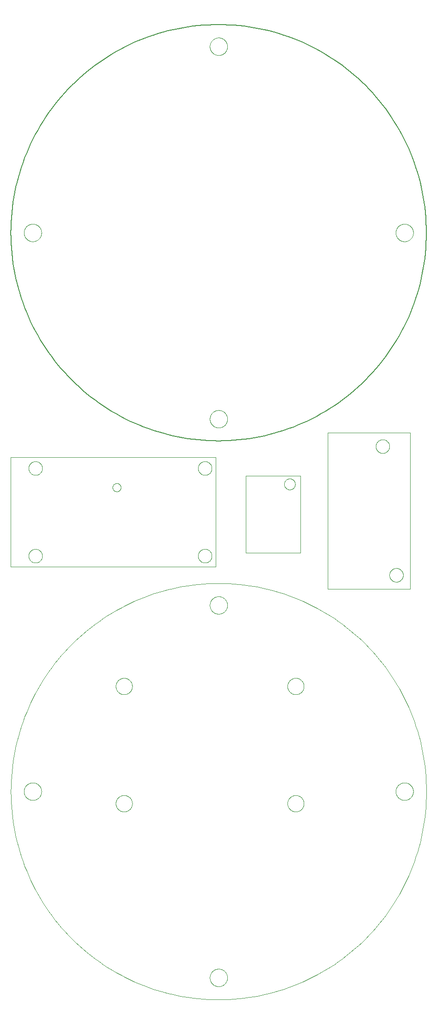
<source format=gbr>
G04 EAGLE Gerber RS-274X export*
G75*
%MOMM*%
%FSLAX34Y34*%
%LPD*%
%IN*%
%IPPOS*%
%AMOC8*
5,1,8,0,0,1.08239X$1,22.5*%
G01*
%ADD10C,0.000000*%
%ADD11C,0.152400*%
%ADD12C,0.010000*%


D10*
X580000Y750000D02*
X730000Y750000D01*
X730000Y1035000D01*
X580000Y1035000D01*
X580000Y750000D01*
X667500Y1010000D02*
X667504Y1010307D01*
X667515Y1010613D01*
X667534Y1010920D01*
X667560Y1011225D01*
X667594Y1011530D01*
X667635Y1011834D01*
X667684Y1012137D01*
X667740Y1012439D01*
X667804Y1012739D01*
X667875Y1013037D01*
X667953Y1013334D01*
X668038Y1013629D01*
X668131Y1013921D01*
X668231Y1014211D01*
X668338Y1014499D01*
X668452Y1014784D01*
X668572Y1015066D01*
X668700Y1015344D01*
X668835Y1015620D01*
X668976Y1015892D01*
X669124Y1016161D01*
X669278Y1016426D01*
X669439Y1016687D01*
X669607Y1016945D01*
X669780Y1017198D01*
X669960Y1017446D01*
X670146Y1017690D01*
X670337Y1017930D01*
X670535Y1018165D01*
X670738Y1018394D01*
X670947Y1018619D01*
X671161Y1018839D01*
X671381Y1019053D01*
X671606Y1019262D01*
X671835Y1019465D01*
X672070Y1019663D01*
X672310Y1019854D01*
X672554Y1020040D01*
X672802Y1020220D01*
X673055Y1020393D01*
X673313Y1020561D01*
X673574Y1020722D01*
X673839Y1020876D01*
X674108Y1021024D01*
X674380Y1021165D01*
X674656Y1021300D01*
X674934Y1021428D01*
X675216Y1021548D01*
X675501Y1021662D01*
X675789Y1021769D01*
X676079Y1021869D01*
X676371Y1021962D01*
X676666Y1022047D01*
X676963Y1022125D01*
X677261Y1022196D01*
X677561Y1022260D01*
X677863Y1022316D01*
X678166Y1022365D01*
X678470Y1022406D01*
X678775Y1022440D01*
X679080Y1022466D01*
X679387Y1022485D01*
X679693Y1022496D01*
X680000Y1022500D01*
X680307Y1022496D01*
X680613Y1022485D01*
X680920Y1022466D01*
X681225Y1022440D01*
X681530Y1022406D01*
X681834Y1022365D01*
X682137Y1022316D01*
X682439Y1022260D01*
X682739Y1022196D01*
X683037Y1022125D01*
X683334Y1022047D01*
X683629Y1021962D01*
X683921Y1021869D01*
X684211Y1021769D01*
X684499Y1021662D01*
X684784Y1021548D01*
X685066Y1021428D01*
X685344Y1021300D01*
X685620Y1021165D01*
X685892Y1021024D01*
X686161Y1020876D01*
X686426Y1020722D01*
X686687Y1020561D01*
X686945Y1020393D01*
X687198Y1020220D01*
X687446Y1020040D01*
X687690Y1019854D01*
X687930Y1019663D01*
X688165Y1019465D01*
X688394Y1019262D01*
X688619Y1019053D01*
X688839Y1018839D01*
X689053Y1018619D01*
X689262Y1018394D01*
X689465Y1018165D01*
X689663Y1017930D01*
X689854Y1017690D01*
X690040Y1017446D01*
X690220Y1017198D01*
X690393Y1016945D01*
X690561Y1016687D01*
X690722Y1016426D01*
X690876Y1016161D01*
X691024Y1015892D01*
X691165Y1015620D01*
X691300Y1015344D01*
X691428Y1015066D01*
X691548Y1014784D01*
X691662Y1014499D01*
X691769Y1014211D01*
X691869Y1013921D01*
X691962Y1013629D01*
X692047Y1013334D01*
X692125Y1013037D01*
X692196Y1012739D01*
X692260Y1012439D01*
X692316Y1012137D01*
X692365Y1011834D01*
X692406Y1011530D01*
X692440Y1011225D01*
X692466Y1010920D01*
X692485Y1010613D01*
X692496Y1010307D01*
X692500Y1010000D01*
X692496Y1009693D01*
X692485Y1009387D01*
X692466Y1009080D01*
X692440Y1008775D01*
X692406Y1008470D01*
X692365Y1008166D01*
X692316Y1007863D01*
X692260Y1007561D01*
X692196Y1007261D01*
X692125Y1006963D01*
X692047Y1006666D01*
X691962Y1006371D01*
X691869Y1006079D01*
X691769Y1005789D01*
X691662Y1005501D01*
X691548Y1005216D01*
X691428Y1004934D01*
X691300Y1004656D01*
X691165Y1004380D01*
X691024Y1004108D01*
X690876Y1003839D01*
X690722Y1003574D01*
X690561Y1003313D01*
X690393Y1003055D01*
X690220Y1002802D01*
X690040Y1002554D01*
X689854Y1002310D01*
X689663Y1002070D01*
X689465Y1001835D01*
X689262Y1001606D01*
X689053Y1001381D01*
X688839Y1001161D01*
X688619Y1000947D01*
X688394Y1000738D01*
X688165Y1000535D01*
X687930Y1000337D01*
X687690Y1000146D01*
X687446Y999960D01*
X687198Y999780D01*
X686945Y999607D01*
X686687Y999439D01*
X686426Y999278D01*
X686161Y999124D01*
X685892Y998976D01*
X685620Y998835D01*
X685344Y998700D01*
X685066Y998572D01*
X684784Y998452D01*
X684499Y998338D01*
X684211Y998231D01*
X683921Y998131D01*
X683629Y998038D01*
X683334Y997953D01*
X683037Y997875D01*
X682739Y997804D01*
X682439Y997740D01*
X682137Y997684D01*
X681834Y997635D01*
X681530Y997594D01*
X681225Y997560D01*
X680920Y997534D01*
X680613Y997515D01*
X680307Y997504D01*
X680000Y997500D01*
X679693Y997504D01*
X679387Y997515D01*
X679080Y997534D01*
X678775Y997560D01*
X678470Y997594D01*
X678166Y997635D01*
X677863Y997684D01*
X677561Y997740D01*
X677261Y997804D01*
X676963Y997875D01*
X676666Y997953D01*
X676371Y998038D01*
X676079Y998131D01*
X675789Y998231D01*
X675501Y998338D01*
X675216Y998452D01*
X674934Y998572D01*
X674656Y998700D01*
X674380Y998835D01*
X674108Y998976D01*
X673839Y999124D01*
X673574Y999278D01*
X673313Y999439D01*
X673055Y999607D01*
X672802Y999780D01*
X672554Y999960D01*
X672310Y1000146D01*
X672070Y1000337D01*
X671835Y1000535D01*
X671606Y1000738D01*
X671381Y1000947D01*
X671161Y1001161D01*
X670947Y1001381D01*
X670738Y1001606D01*
X670535Y1001835D01*
X670337Y1002070D01*
X670146Y1002310D01*
X669960Y1002554D01*
X669780Y1002802D01*
X669607Y1003055D01*
X669439Y1003313D01*
X669278Y1003574D01*
X669124Y1003839D01*
X668976Y1004108D01*
X668835Y1004380D01*
X668700Y1004656D01*
X668572Y1004934D01*
X668452Y1005216D01*
X668338Y1005501D01*
X668231Y1005789D01*
X668131Y1006079D01*
X668038Y1006371D01*
X667953Y1006666D01*
X667875Y1006963D01*
X667804Y1007261D01*
X667740Y1007561D01*
X667684Y1007863D01*
X667635Y1008166D01*
X667594Y1008470D01*
X667560Y1008775D01*
X667534Y1009080D01*
X667515Y1009387D01*
X667504Y1009693D01*
X667500Y1010000D01*
X692500Y775000D02*
X692504Y775307D01*
X692515Y775613D01*
X692534Y775920D01*
X692560Y776225D01*
X692594Y776530D01*
X692635Y776834D01*
X692684Y777137D01*
X692740Y777439D01*
X692804Y777739D01*
X692875Y778037D01*
X692953Y778334D01*
X693038Y778629D01*
X693131Y778921D01*
X693231Y779211D01*
X693338Y779499D01*
X693452Y779784D01*
X693572Y780066D01*
X693700Y780344D01*
X693835Y780620D01*
X693976Y780892D01*
X694124Y781161D01*
X694278Y781426D01*
X694439Y781687D01*
X694607Y781945D01*
X694780Y782198D01*
X694960Y782446D01*
X695146Y782690D01*
X695337Y782930D01*
X695535Y783165D01*
X695738Y783394D01*
X695947Y783619D01*
X696161Y783839D01*
X696381Y784053D01*
X696606Y784262D01*
X696835Y784465D01*
X697070Y784663D01*
X697310Y784854D01*
X697554Y785040D01*
X697802Y785220D01*
X698055Y785393D01*
X698313Y785561D01*
X698574Y785722D01*
X698839Y785876D01*
X699108Y786024D01*
X699380Y786165D01*
X699656Y786300D01*
X699934Y786428D01*
X700216Y786548D01*
X700501Y786662D01*
X700789Y786769D01*
X701079Y786869D01*
X701371Y786962D01*
X701666Y787047D01*
X701963Y787125D01*
X702261Y787196D01*
X702561Y787260D01*
X702863Y787316D01*
X703166Y787365D01*
X703470Y787406D01*
X703775Y787440D01*
X704080Y787466D01*
X704387Y787485D01*
X704693Y787496D01*
X705000Y787500D01*
X705307Y787496D01*
X705613Y787485D01*
X705920Y787466D01*
X706225Y787440D01*
X706530Y787406D01*
X706834Y787365D01*
X707137Y787316D01*
X707439Y787260D01*
X707739Y787196D01*
X708037Y787125D01*
X708334Y787047D01*
X708629Y786962D01*
X708921Y786869D01*
X709211Y786769D01*
X709499Y786662D01*
X709784Y786548D01*
X710066Y786428D01*
X710344Y786300D01*
X710620Y786165D01*
X710892Y786024D01*
X711161Y785876D01*
X711426Y785722D01*
X711687Y785561D01*
X711945Y785393D01*
X712198Y785220D01*
X712446Y785040D01*
X712690Y784854D01*
X712930Y784663D01*
X713165Y784465D01*
X713394Y784262D01*
X713619Y784053D01*
X713839Y783839D01*
X714053Y783619D01*
X714262Y783394D01*
X714465Y783165D01*
X714663Y782930D01*
X714854Y782690D01*
X715040Y782446D01*
X715220Y782198D01*
X715393Y781945D01*
X715561Y781687D01*
X715722Y781426D01*
X715876Y781161D01*
X716024Y780892D01*
X716165Y780620D01*
X716300Y780344D01*
X716428Y780066D01*
X716548Y779784D01*
X716662Y779499D01*
X716769Y779211D01*
X716869Y778921D01*
X716962Y778629D01*
X717047Y778334D01*
X717125Y778037D01*
X717196Y777739D01*
X717260Y777439D01*
X717316Y777137D01*
X717365Y776834D01*
X717406Y776530D01*
X717440Y776225D01*
X717466Y775920D01*
X717485Y775613D01*
X717496Y775307D01*
X717500Y775000D01*
X717496Y774693D01*
X717485Y774387D01*
X717466Y774080D01*
X717440Y773775D01*
X717406Y773470D01*
X717365Y773166D01*
X717316Y772863D01*
X717260Y772561D01*
X717196Y772261D01*
X717125Y771963D01*
X717047Y771666D01*
X716962Y771371D01*
X716869Y771079D01*
X716769Y770789D01*
X716662Y770501D01*
X716548Y770216D01*
X716428Y769934D01*
X716300Y769656D01*
X716165Y769380D01*
X716024Y769108D01*
X715876Y768839D01*
X715722Y768574D01*
X715561Y768313D01*
X715393Y768055D01*
X715220Y767802D01*
X715040Y767554D01*
X714854Y767310D01*
X714663Y767070D01*
X714465Y766835D01*
X714262Y766606D01*
X714053Y766381D01*
X713839Y766161D01*
X713619Y765947D01*
X713394Y765738D01*
X713165Y765535D01*
X712930Y765337D01*
X712690Y765146D01*
X712446Y764960D01*
X712198Y764780D01*
X711945Y764607D01*
X711687Y764439D01*
X711426Y764278D01*
X711161Y764124D01*
X710892Y763976D01*
X710620Y763835D01*
X710344Y763700D01*
X710066Y763572D01*
X709784Y763452D01*
X709499Y763338D01*
X709211Y763231D01*
X708921Y763131D01*
X708629Y763038D01*
X708334Y762953D01*
X708037Y762875D01*
X707739Y762804D01*
X707439Y762740D01*
X707137Y762684D01*
X706834Y762635D01*
X706530Y762594D01*
X706225Y762560D01*
X705920Y762534D01*
X705613Y762515D01*
X705307Y762504D01*
X705000Y762500D01*
X704693Y762504D01*
X704387Y762515D01*
X704080Y762534D01*
X703775Y762560D01*
X703470Y762594D01*
X703166Y762635D01*
X702863Y762684D01*
X702561Y762740D01*
X702261Y762804D01*
X701963Y762875D01*
X701666Y762953D01*
X701371Y763038D01*
X701079Y763131D01*
X700789Y763231D01*
X700501Y763338D01*
X700216Y763452D01*
X699934Y763572D01*
X699656Y763700D01*
X699380Y763835D01*
X699108Y763976D01*
X698839Y764124D01*
X698574Y764278D01*
X698313Y764439D01*
X698055Y764607D01*
X697802Y764780D01*
X697554Y764960D01*
X697310Y765146D01*
X697070Y765337D01*
X696835Y765535D01*
X696606Y765738D01*
X696381Y765947D01*
X696161Y766161D01*
X695947Y766381D01*
X695738Y766606D01*
X695535Y766835D01*
X695337Y767070D01*
X695146Y767310D01*
X694960Y767554D01*
X694780Y767802D01*
X694607Y768055D01*
X694439Y768313D01*
X694278Y768574D01*
X694124Y768839D01*
X693976Y769108D01*
X693835Y769380D01*
X693700Y769656D01*
X693572Y769934D01*
X693452Y770216D01*
X693338Y770501D01*
X693231Y770789D01*
X693131Y771079D01*
X693038Y771371D01*
X692953Y771666D01*
X692875Y771963D01*
X692804Y772261D01*
X692740Y772561D01*
X692684Y772863D01*
X692635Y773166D01*
X692594Y773470D01*
X692560Y773775D01*
X692534Y774080D01*
X692515Y774387D01*
X692504Y774693D01*
X692500Y775000D01*
D11*
X0Y1400000D02*
X114Y1409326D01*
X458Y1418646D01*
X1030Y1427955D01*
X1830Y1437247D01*
X2858Y1446516D01*
X4113Y1455758D01*
X5594Y1464966D01*
X7302Y1474134D01*
X9233Y1483258D01*
X11388Y1492332D01*
X13765Y1501351D01*
X16363Y1510308D01*
X19179Y1519199D01*
X22213Y1528018D01*
X25463Y1536760D01*
X28926Y1545420D01*
X32600Y1553992D01*
X36484Y1562471D01*
X40575Y1570852D01*
X44870Y1579131D01*
X49367Y1587301D01*
X54063Y1595359D01*
X58956Y1603299D01*
X64042Y1611117D01*
X69318Y1618807D01*
X74781Y1626366D01*
X80428Y1633788D01*
X86256Y1641069D01*
X92261Y1648206D01*
X98439Y1655192D01*
X104786Y1662025D01*
X111299Y1668701D01*
X117975Y1675214D01*
X124808Y1681561D01*
X131794Y1687739D01*
X138931Y1693744D01*
X146212Y1699572D01*
X153634Y1705219D01*
X161193Y1710682D01*
X168883Y1715958D01*
X176701Y1721044D01*
X184641Y1725937D01*
X192699Y1730633D01*
X200869Y1735130D01*
X209148Y1739425D01*
X217529Y1743516D01*
X226008Y1747400D01*
X234580Y1751074D01*
X243240Y1754537D01*
X251982Y1757787D01*
X260801Y1760821D01*
X269692Y1763637D01*
X278649Y1766235D01*
X287668Y1768612D01*
X296742Y1770767D01*
X305866Y1772698D01*
X315034Y1774406D01*
X324242Y1775887D01*
X333484Y1777142D01*
X342753Y1778170D01*
X352045Y1778970D01*
X361354Y1779542D01*
X370674Y1779886D01*
X380000Y1780000D01*
X389326Y1779886D01*
X398646Y1779542D01*
X407955Y1778970D01*
X417247Y1778170D01*
X426516Y1777142D01*
X435758Y1775887D01*
X444966Y1774406D01*
X454134Y1772698D01*
X463258Y1770767D01*
X472332Y1768612D01*
X481351Y1766235D01*
X490308Y1763637D01*
X499199Y1760821D01*
X508018Y1757787D01*
X516760Y1754537D01*
X525420Y1751074D01*
X533992Y1747400D01*
X542471Y1743516D01*
X550852Y1739425D01*
X559131Y1735130D01*
X567301Y1730633D01*
X575359Y1725937D01*
X583299Y1721044D01*
X591117Y1715958D01*
X598807Y1710682D01*
X606366Y1705219D01*
X613788Y1699572D01*
X621069Y1693744D01*
X628206Y1687739D01*
X635192Y1681561D01*
X642025Y1675214D01*
X648701Y1668701D01*
X655214Y1662025D01*
X661561Y1655192D01*
X667739Y1648206D01*
X673744Y1641069D01*
X679572Y1633788D01*
X685219Y1626366D01*
X690682Y1618807D01*
X695958Y1611117D01*
X701044Y1603299D01*
X705937Y1595359D01*
X710633Y1587301D01*
X715130Y1579131D01*
X719425Y1570852D01*
X723516Y1562471D01*
X727400Y1553992D01*
X731074Y1545420D01*
X734537Y1536760D01*
X737787Y1528018D01*
X740821Y1519199D01*
X743637Y1510308D01*
X746235Y1501351D01*
X748612Y1492332D01*
X750767Y1483258D01*
X752698Y1474134D01*
X754406Y1464966D01*
X755887Y1455758D01*
X757142Y1446516D01*
X758170Y1437247D01*
X758970Y1427955D01*
X759542Y1418646D01*
X759886Y1409326D01*
X760000Y1400000D01*
X759886Y1390674D01*
X759542Y1381354D01*
X758970Y1372045D01*
X758170Y1362753D01*
X757142Y1353484D01*
X755887Y1344242D01*
X754406Y1335034D01*
X752698Y1325866D01*
X750767Y1316742D01*
X748612Y1307668D01*
X746235Y1298649D01*
X743637Y1289692D01*
X740821Y1280801D01*
X737787Y1271982D01*
X734537Y1263240D01*
X731074Y1254580D01*
X727400Y1246008D01*
X723516Y1237529D01*
X719425Y1229148D01*
X715130Y1220869D01*
X710633Y1212699D01*
X705937Y1204641D01*
X701044Y1196701D01*
X695958Y1188883D01*
X690682Y1181193D01*
X685219Y1173634D01*
X679572Y1166212D01*
X673744Y1158931D01*
X667739Y1151794D01*
X661561Y1144808D01*
X655214Y1137975D01*
X648701Y1131299D01*
X642025Y1124786D01*
X635192Y1118439D01*
X628206Y1112261D01*
X621069Y1106256D01*
X613788Y1100428D01*
X606366Y1094781D01*
X598807Y1089318D01*
X591117Y1084042D01*
X583299Y1078956D01*
X575359Y1074063D01*
X567301Y1069367D01*
X559131Y1064870D01*
X550852Y1060575D01*
X542471Y1056484D01*
X533992Y1052600D01*
X525420Y1048926D01*
X516760Y1045463D01*
X508018Y1042213D01*
X499199Y1039179D01*
X490308Y1036363D01*
X481351Y1033765D01*
X472332Y1031388D01*
X463258Y1029233D01*
X454134Y1027302D01*
X444966Y1025594D01*
X435758Y1024113D01*
X426516Y1022858D01*
X417247Y1021830D01*
X407955Y1021030D01*
X398646Y1020458D01*
X389326Y1020114D01*
X380000Y1020000D01*
X370674Y1020114D01*
X361354Y1020458D01*
X352045Y1021030D01*
X342753Y1021830D01*
X333484Y1022858D01*
X324242Y1024113D01*
X315034Y1025594D01*
X305866Y1027302D01*
X296742Y1029233D01*
X287668Y1031388D01*
X278649Y1033765D01*
X269692Y1036363D01*
X260801Y1039179D01*
X251982Y1042213D01*
X243240Y1045463D01*
X234580Y1048926D01*
X226008Y1052600D01*
X217529Y1056484D01*
X209148Y1060575D01*
X200869Y1064870D01*
X192699Y1069367D01*
X184641Y1074063D01*
X176701Y1078956D01*
X168883Y1084042D01*
X161193Y1089318D01*
X153634Y1094781D01*
X146212Y1100428D01*
X138931Y1106256D01*
X131794Y1112261D01*
X124808Y1118439D01*
X117975Y1124786D01*
X111299Y1131299D01*
X104786Y1137975D01*
X98439Y1144808D01*
X92261Y1151794D01*
X86256Y1158931D01*
X80428Y1166212D01*
X74781Y1173634D01*
X69318Y1181193D01*
X64042Y1188883D01*
X58956Y1196701D01*
X54063Y1204641D01*
X49367Y1212699D01*
X44870Y1220869D01*
X40575Y1229148D01*
X36484Y1237529D01*
X32600Y1246008D01*
X28926Y1254580D01*
X25463Y1263240D01*
X22213Y1271982D01*
X19179Y1280801D01*
X16363Y1289692D01*
X13765Y1298649D01*
X11388Y1307668D01*
X9233Y1316742D01*
X7302Y1325866D01*
X5594Y1335034D01*
X4113Y1344242D01*
X2858Y1353484D01*
X1830Y1362753D01*
X1030Y1372045D01*
X458Y1381354D01*
X114Y1390674D01*
X0Y1400000D01*
D10*
X24000Y1400000D02*
X24005Y1400393D01*
X24019Y1400785D01*
X24043Y1401177D01*
X24077Y1401568D01*
X24120Y1401959D01*
X24173Y1402348D01*
X24236Y1402735D01*
X24307Y1403121D01*
X24389Y1403506D01*
X24479Y1403888D01*
X24580Y1404267D01*
X24689Y1404645D01*
X24808Y1405019D01*
X24935Y1405390D01*
X25072Y1405758D01*
X25218Y1406123D01*
X25373Y1406484D01*
X25536Y1406841D01*
X25708Y1407194D01*
X25889Y1407542D01*
X26079Y1407886D01*
X26276Y1408226D01*
X26482Y1408560D01*
X26696Y1408889D01*
X26919Y1409213D01*
X27149Y1409531D01*
X27386Y1409844D01*
X27632Y1410150D01*
X27885Y1410451D01*
X28145Y1410745D01*
X28412Y1411033D01*
X28686Y1411314D01*
X28967Y1411588D01*
X29255Y1411855D01*
X29549Y1412115D01*
X29850Y1412368D01*
X30156Y1412614D01*
X30469Y1412851D01*
X30787Y1413081D01*
X31111Y1413304D01*
X31440Y1413518D01*
X31774Y1413724D01*
X32114Y1413921D01*
X32458Y1414111D01*
X32806Y1414292D01*
X33159Y1414464D01*
X33516Y1414627D01*
X33877Y1414782D01*
X34242Y1414928D01*
X34610Y1415065D01*
X34981Y1415192D01*
X35355Y1415311D01*
X35733Y1415420D01*
X36112Y1415521D01*
X36494Y1415611D01*
X36879Y1415693D01*
X37265Y1415764D01*
X37652Y1415827D01*
X38041Y1415880D01*
X38432Y1415923D01*
X38823Y1415957D01*
X39215Y1415981D01*
X39607Y1415995D01*
X40000Y1416000D01*
X40393Y1415995D01*
X40785Y1415981D01*
X41177Y1415957D01*
X41568Y1415923D01*
X41959Y1415880D01*
X42348Y1415827D01*
X42735Y1415764D01*
X43121Y1415693D01*
X43506Y1415611D01*
X43888Y1415521D01*
X44267Y1415420D01*
X44645Y1415311D01*
X45019Y1415192D01*
X45390Y1415065D01*
X45758Y1414928D01*
X46123Y1414782D01*
X46484Y1414627D01*
X46841Y1414464D01*
X47194Y1414292D01*
X47542Y1414111D01*
X47886Y1413921D01*
X48226Y1413724D01*
X48560Y1413518D01*
X48889Y1413304D01*
X49213Y1413081D01*
X49531Y1412851D01*
X49844Y1412614D01*
X50150Y1412368D01*
X50451Y1412115D01*
X50745Y1411855D01*
X51033Y1411588D01*
X51314Y1411314D01*
X51588Y1411033D01*
X51855Y1410745D01*
X52115Y1410451D01*
X52368Y1410150D01*
X52614Y1409844D01*
X52851Y1409531D01*
X53081Y1409213D01*
X53304Y1408889D01*
X53518Y1408560D01*
X53724Y1408226D01*
X53921Y1407886D01*
X54111Y1407542D01*
X54292Y1407194D01*
X54464Y1406841D01*
X54627Y1406484D01*
X54782Y1406123D01*
X54928Y1405758D01*
X55065Y1405390D01*
X55192Y1405019D01*
X55311Y1404645D01*
X55420Y1404267D01*
X55521Y1403888D01*
X55611Y1403506D01*
X55693Y1403121D01*
X55764Y1402735D01*
X55827Y1402348D01*
X55880Y1401959D01*
X55923Y1401568D01*
X55957Y1401177D01*
X55981Y1400785D01*
X55995Y1400393D01*
X56000Y1400000D01*
X55995Y1399607D01*
X55981Y1399215D01*
X55957Y1398823D01*
X55923Y1398432D01*
X55880Y1398041D01*
X55827Y1397652D01*
X55764Y1397265D01*
X55693Y1396879D01*
X55611Y1396494D01*
X55521Y1396112D01*
X55420Y1395733D01*
X55311Y1395355D01*
X55192Y1394981D01*
X55065Y1394610D01*
X54928Y1394242D01*
X54782Y1393877D01*
X54627Y1393516D01*
X54464Y1393159D01*
X54292Y1392806D01*
X54111Y1392458D01*
X53921Y1392114D01*
X53724Y1391774D01*
X53518Y1391440D01*
X53304Y1391111D01*
X53081Y1390787D01*
X52851Y1390469D01*
X52614Y1390156D01*
X52368Y1389850D01*
X52115Y1389549D01*
X51855Y1389255D01*
X51588Y1388967D01*
X51314Y1388686D01*
X51033Y1388412D01*
X50745Y1388145D01*
X50451Y1387885D01*
X50150Y1387632D01*
X49844Y1387386D01*
X49531Y1387149D01*
X49213Y1386919D01*
X48889Y1386696D01*
X48560Y1386482D01*
X48226Y1386276D01*
X47886Y1386079D01*
X47542Y1385889D01*
X47194Y1385708D01*
X46841Y1385536D01*
X46484Y1385373D01*
X46123Y1385218D01*
X45758Y1385072D01*
X45390Y1384935D01*
X45019Y1384808D01*
X44645Y1384689D01*
X44267Y1384580D01*
X43888Y1384479D01*
X43506Y1384389D01*
X43121Y1384307D01*
X42735Y1384236D01*
X42348Y1384173D01*
X41959Y1384120D01*
X41568Y1384077D01*
X41177Y1384043D01*
X40785Y1384019D01*
X40393Y1384005D01*
X40000Y1384000D01*
X39607Y1384005D01*
X39215Y1384019D01*
X38823Y1384043D01*
X38432Y1384077D01*
X38041Y1384120D01*
X37652Y1384173D01*
X37265Y1384236D01*
X36879Y1384307D01*
X36494Y1384389D01*
X36112Y1384479D01*
X35733Y1384580D01*
X35355Y1384689D01*
X34981Y1384808D01*
X34610Y1384935D01*
X34242Y1385072D01*
X33877Y1385218D01*
X33516Y1385373D01*
X33159Y1385536D01*
X32806Y1385708D01*
X32458Y1385889D01*
X32114Y1386079D01*
X31774Y1386276D01*
X31440Y1386482D01*
X31111Y1386696D01*
X30787Y1386919D01*
X30469Y1387149D01*
X30156Y1387386D01*
X29850Y1387632D01*
X29549Y1387885D01*
X29255Y1388145D01*
X28967Y1388412D01*
X28686Y1388686D01*
X28412Y1388967D01*
X28145Y1389255D01*
X27885Y1389549D01*
X27632Y1389850D01*
X27386Y1390156D01*
X27149Y1390469D01*
X26919Y1390787D01*
X26696Y1391111D01*
X26482Y1391440D01*
X26276Y1391774D01*
X26079Y1392114D01*
X25889Y1392458D01*
X25708Y1392806D01*
X25536Y1393159D01*
X25373Y1393516D01*
X25218Y1393877D01*
X25072Y1394242D01*
X24935Y1394610D01*
X24808Y1394981D01*
X24689Y1395355D01*
X24580Y1395733D01*
X24479Y1396112D01*
X24389Y1396494D01*
X24307Y1396879D01*
X24236Y1397265D01*
X24173Y1397652D01*
X24120Y1398041D01*
X24077Y1398432D01*
X24043Y1398823D01*
X24019Y1399215D01*
X24005Y1399607D01*
X24000Y1400000D01*
X364000Y1060000D02*
X364005Y1060393D01*
X364019Y1060785D01*
X364043Y1061177D01*
X364077Y1061568D01*
X364120Y1061959D01*
X364173Y1062348D01*
X364236Y1062735D01*
X364307Y1063121D01*
X364389Y1063506D01*
X364479Y1063888D01*
X364580Y1064267D01*
X364689Y1064645D01*
X364808Y1065019D01*
X364935Y1065390D01*
X365072Y1065758D01*
X365218Y1066123D01*
X365373Y1066484D01*
X365536Y1066841D01*
X365708Y1067194D01*
X365889Y1067542D01*
X366079Y1067886D01*
X366276Y1068226D01*
X366482Y1068560D01*
X366696Y1068889D01*
X366919Y1069213D01*
X367149Y1069531D01*
X367386Y1069844D01*
X367632Y1070150D01*
X367885Y1070451D01*
X368145Y1070745D01*
X368412Y1071033D01*
X368686Y1071314D01*
X368967Y1071588D01*
X369255Y1071855D01*
X369549Y1072115D01*
X369850Y1072368D01*
X370156Y1072614D01*
X370469Y1072851D01*
X370787Y1073081D01*
X371111Y1073304D01*
X371440Y1073518D01*
X371774Y1073724D01*
X372114Y1073921D01*
X372458Y1074111D01*
X372806Y1074292D01*
X373159Y1074464D01*
X373516Y1074627D01*
X373877Y1074782D01*
X374242Y1074928D01*
X374610Y1075065D01*
X374981Y1075192D01*
X375355Y1075311D01*
X375733Y1075420D01*
X376112Y1075521D01*
X376494Y1075611D01*
X376879Y1075693D01*
X377265Y1075764D01*
X377652Y1075827D01*
X378041Y1075880D01*
X378432Y1075923D01*
X378823Y1075957D01*
X379215Y1075981D01*
X379607Y1075995D01*
X380000Y1076000D01*
X380393Y1075995D01*
X380785Y1075981D01*
X381177Y1075957D01*
X381568Y1075923D01*
X381959Y1075880D01*
X382348Y1075827D01*
X382735Y1075764D01*
X383121Y1075693D01*
X383506Y1075611D01*
X383888Y1075521D01*
X384267Y1075420D01*
X384645Y1075311D01*
X385019Y1075192D01*
X385390Y1075065D01*
X385758Y1074928D01*
X386123Y1074782D01*
X386484Y1074627D01*
X386841Y1074464D01*
X387194Y1074292D01*
X387542Y1074111D01*
X387886Y1073921D01*
X388226Y1073724D01*
X388560Y1073518D01*
X388889Y1073304D01*
X389213Y1073081D01*
X389531Y1072851D01*
X389844Y1072614D01*
X390150Y1072368D01*
X390451Y1072115D01*
X390745Y1071855D01*
X391033Y1071588D01*
X391314Y1071314D01*
X391588Y1071033D01*
X391855Y1070745D01*
X392115Y1070451D01*
X392368Y1070150D01*
X392614Y1069844D01*
X392851Y1069531D01*
X393081Y1069213D01*
X393304Y1068889D01*
X393518Y1068560D01*
X393724Y1068226D01*
X393921Y1067886D01*
X394111Y1067542D01*
X394292Y1067194D01*
X394464Y1066841D01*
X394627Y1066484D01*
X394782Y1066123D01*
X394928Y1065758D01*
X395065Y1065390D01*
X395192Y1065019D01*
X395311Y1064645D01*
X395420Y1064267D01*
X395521Y1063888D01*
X395611Y1063506D01*
X395693Y1063121D01*
X395764Y1062735D01*
X395827Y1062348D01*
X395880Y1061959D01*
X395923Y1061568D01*
X395957Y1061177D01*
X395981Y1060785D01*
X395995Y1060393D01*
X396000Y1060000D01*
X395995Y1059607D01*
X395981Y1059215D01*
X395957Y1058823D01*
X395923Y1058432D01*
X395880Y1058041D01*
X395827Y1057652D01*
X395764Y1057265D01*
X395693Y1056879D01*
X395611Y1056494D01*
X395521Y1056112D01*
X395420Y1055733D01*
X395311Y1055355D01*
X395192Y1054981D01*
X395065Y1054610D01*
X394928Y1054242D01*
X394782Y1053877D01*
X394627Y1053516D01*
X394464Y1053159D01*
X394292Y1052806D01*
X394111Y1052458D01*
X393921Y1052114D01*
X393724Y1051774D01*
X393518Y1051440D01*
X393304Y1051111D01*
X393081Y1050787D01*
X392851Y1050469D01*
X392614Y1050156D01*
X392368Y1049850D01*
X392115Y1049549D01*
X391855Y1049255D01*
X391588Y1048967D01*
X391314Y1048686D01*
X391033Y1048412D01*
X390745Y1048145D01*
X390451Y1047885D01*
X390150Y1047632D01*
X389844Y1047386D01*
X389531Y1047149D01*
X389213Y1046919D01*
X388889Y1046696D01*
X388560Y1046482D01*
X388226Y1046276D01*
X387886Y1046079D01*
X387542Y1045889D01*
X387194Y1045708D01*
X386841Y1045536D01*
X386484Y1045373D01*
X386123Y1045218D01*
X385758Y1045072D01*
X385390Y1044935D01*
X385019Y1044808D01*
X384645Y1044689D01*
X384267Y1044580D01*
X383888Y1044479D01*
X383506Y1044389D01*
X383121Y1044307D01*
X382735Y1044236D01*
X382348Y1044173D01*
X381959Y1044120D01*
X381568Y1044077D01*
X381177Y1044043D01*
X380785Y1044019D01*
X380393Y1044005D01*
X380000Y1044000D01*
X379607Y1044005D01*
X379215Y1044019D01*
X378823Y1044043D01*
X378432Y1044077D01*
X378041Y1044120D01*
X377652Y1044173D01*
X377265Y1044236D01*
X376879Y1044307D01*
X376494Y1044389D01*
X376112Y1044479D01*
X375733Y1044580D01*
X375355Y1044689D01*
X374981Y1044808D01*
X374610Y1044935D01*
X374242Y1045072D01*
X373877Y1045218D01*
X373516Y1045373D01*
X373159Y1045536D01*
X372806Y1045708D01*
X372458Y1045889D01*
X372114Y1046079D01*
X371774Y1046276D01*
X371440Y1046482D01*
X371111Y1046696D01*
X370787Y1046919D01*
X370469Y1047149D01*
X370156Y1047386D01*
X369850Y1047632D01*
X369549Y1047885D01*
X369255Y1048145D01*
X368967Y1048412D01*
X368686Y1048686D01*
X368412Y1048967D01*
X368145Y1049255D01*
X367885Y1049549D01*
X367632Y1049850D01*
X367386Y1050156D01*
X367149Y1050469D01*
X366919Y1050787D01*
X366696Y1051111D01*
X366482Y1051440D01*
X366276Y1051774D01*
X366079Y1052114D01*
X365889Y1052458D01*
X365708Y1052806D01*
X365536Y1053159D01*
X365373Y1053516D01*
X365218Y1053877D01*
X365072Y1054242D01*
X364935Y1054610D01*
X364808Y1054981D01*
X364689Y1055355D01*
X364580Y1055733D01*
X364479Y1056112D01*
X364389Y1056494D01*
X364307Y1056879D01*
X364236Y1057265D01*
X364173Y1057652D01*
X364120Y1058041D01*
X364077Y1058432D01*
X364043Y1058823D01*
X364019Y1059215D01*
X364005Y1059607D01*
X364000Y1060000D01*
X704000Y1400000D02*
X704005Y1400393D01*
X704019Y1400785D01*
X704043Y1401177D01*
X704077Y1401568D01*
X704120Y1401959D01*
X704173Y1402348D01*
X704236Y1402735D01*
X704307Y1403121D01*
X704389Y1403506D01*
X704479Y1403888D01*
X704580Y1404267D01*
X704689Y1404645D01*
X704808Y1405019D01*
X704935Y1405390D01*
X705072Y1405758D01*
X705218Y1406123D01*
X705373Y1406484D01*
X705536Y1406841D01*
X705708Y1407194D01*
X705889Y1407542D01*
X706079Y1407886D01*
X706276Y1408226D01*
X706482Y1408560D01*
X706696Y1408889D01*
X706919Y1409213D01*
X707149Y1409531D01*
X707386Y1409844D01*
X707632Y1410150D01*
X707885Y1410451D01*
X708145Y1410745D01*
X708412Y1411033D01*
X708686Y1411314D01*
X708967Y1411588D01*
X709255Y1411855D01*
X709549Y1412115D01*
X709850Y1412368D01*
X710156Y1412614D01*
X710469Y1412851D01*
X710787Y1413081D01*
X711111Y1413304D01*
X711440Y1413518D01*
X711774Y1413724D01*
X712114Y1413921D01*
X712458Y1414111D01*
X712806Y1414292D01*
X713159Y1414464D01*
X713516Y1414627D01*
X713877Y1414782D01*
X714242Y1414928D01*
X714610Y1415065D01*
X714981Y1415192D01*
X715355Y1415311D01*
X715733Y1415420D01*
X716112Y1415521D01*
X716494Y1415611D01*
X716879Y1415693D01*
X717265Y1415764D01*
X717652Y1415827D01*
X718041Y1415880D01*
X718432Y1415923D01*
X718823Y1415957D01*
X719215Y1415981D01*
X719607Y1415995D01*
X720000Y1416000D01*
X720393Y1415995D01*
X720785Y1415981D01*
X721177Y1415957D01*
X721568Y1415923D01*
X721959Y1415880D01*
X722348Y1415827D01*
X722735Y1415764D01*
X723121Y1415693D01*
X723506Y1415611D01*
X723888Y1415521D01*
X724267Y1415420D01*
X724645Y1415311D01*
X725019Y1415192D01*
X725390Y1415065D01*
X725758Y1414928D01*
X726123Y1414782D01*
X726484Y1414627D01*
X726841Y1414464D01*
X727194Y1414292D01*
X727542Y1414111D01*
X727886Y1413921D01*
X728226Y1413724D01*
X728560Y1413518D01*
X728889Y1413304D01*
X729213Y1413081D01*
X729531Y1412851D01*
X729844Y1412614D01*
X730150Y1412368D01*
X730451Y1412115D01*
X730745Y1411855D01*
X731033Y1411588D01*
X731314Y1411314D01*
X731588Y1411033D01*
X731855Y1410745D01*
X732115Y1410451D01*
X732368Y1410150D01*
X732614Y1409844D01*
X732851Y1409531D01*
X733081Y1409213D01*
X733304Y1408889D01*
X733518Y1408560D01*
X733724Y1408226D01*
X733921Y1407886D01*
X734111Y1407542D01*
X734292Y1407194D01*
X734464Y1406841D01*
X734627Y1406484D01*
X734782Y1406123D01*
X734928Y1405758D01*
X735065Y1405390D01*
X735192Y1405019D01*
X735311Y1404645D01*
X735420Y1404267D01*
X735521Y1403888D01*
X735611Y1403506D01*
X735693Y1403121D01*
X735764Y1402735D01*
X735827Y1402348D01*
X735880Y1401959D01*
X735923Y1401568D01*
X735957Y1401177D01*
X735981Y1400785D01*
X735995Y1400393D01*
X736000Y1400000D01*
X735995Y1399607D01*
X735981Y1399215D01*
X735957Y1398823D01*
X735923Y1398432D01*
X735880Y1398041D01*
X735827Y1397652D01*
X735764Y1397265D01*
X735693Y1396879D01*
X735611Y1396494D01*
X735521Y1396112D01*
X735420Y1395733D01*
X735311Y1395355D01*
X735192Y1394981D01*
X735065Y1394610D01*
X734928Y1394242D01*
X734782Y1393877D01*
X734627Y1393516D01*
X734464Y1393159D01*
X734292Y1392806D01*
X734111Y1392458D01*
X733921Y1392114D01*
X733724Y1391774D01*
X733518Y1391440D01*
X733304Y1391111D01*
X733081Y1390787D01*
X732851Y1390469D01*
X732614Y1390156D01*
X732368Y1389850D01*
X732115Y1389549D01*
X731855Y1389255D01*
X731588Y1388967D01*
X731314Y1388686D01*
X731033Y1388412D01*
X730745Y1388145D01*
X730451Y1387885D01*
X730150Y1387632D01*
X729844Y1387386D01*
X729531Y1387149D01*
X729213Y1386919D01*
X728889Y1386696D01*
X728560Y1386482D01*
X728226Y1386276D01*
X727886Y1386079D01*
X727542Y1385889D01*
X727194Y1385708D01*
X726841Y1385536D01*
X726484Y1385373D01*
X726123Y1385218D01*
X725758Y1385072D01*
X725390Y1384935D01*
X725019Y1384808D01*
X724645Y1384689D01*
X724267Y1384580D01*
X723888Y1384479D01*
X723506Y1384389D01*
X723121Y1384307D01*
X722735Y1384236D01*
X722348Y1384173D01*
X721959Y1384120D01*
X721568Y1384077D01*
X721177Y1384043D01*
X720785Y1384019D01*
X720393Y1384005D01*
X720000Y1384000D01*
X719607Y1384005D01*
X719215Y1384019D01*
X718823Y1384043D01*
X718432Y1384077D01*
X718041Y1384120D01*
X717652Y1384173D01*
X717265Y1384236D01*
X716879Y1384307D01*
X716494Y1384389D01*
X716112Y1384479D01*
X715733Y1384580D01*
X715355Y1384689D01*
X714981Y1384808D01*
X714610Y1384935D01*
X714242Y1385072D01*
X713877Y1385218D01*
X713516Y1385373D01*
X713159Y1385536D01*
X712806Y1385708D01*
X712458Y1385889D01*
X712114Y1386079D01*
X711774Y1386276D01*
X711440Y1386482D01*
X711111Y1386696D01*
X710787Y1386919D01*
X710469Y1387149D01*
X710156Y1387386D01*
X709850Y1387632D01*
X709549Y1387885D01*
X709255Y1388145D01*
X708967Y1388412D01*
X708686Y1388686D01*
X708412Y1388967D01*
X708145Y1389255D01*
X707885Y1389549D01*
X707632Y1389850D01*
X707386Y1390156D01*
X707149Y1390469D01*
X706919Y1390787D01*
X706696Y1391111D01*
X706482Y1391440D01*
X706276Y1391774D01*
X706079Y1392114D01*
X705889Y1392458D01*
X705708Y1392806D01*
X705536Y1393159D01*
X705373Y1393516D01*
X705218Y1393877D01*
X705072Y1394242D01*
X704935Y1394610D01*
X704808Y1394981D01*
X704689Y1395355D01*
X704580Y1395733D01*
X704479Y1396112D01*
X704389Y1396494D01*
X704307Y1396879D01*
X704236Y1397265D01*
X704173Y1397652D01*
X704120Y1398041D01*
X704077Y1398432D01*
X704043Y1398823D01*
X704019Y1399215D01*
X704005Y1399607D01*
X704000Y1400000D01*
X364000Y1740000D02*
X364005Y1740393D01*
X364019Y1740785D01*
X364043Y1741177D01*
X364077Y1741568D01*
X364120Y1741959D01*
X364173Y1742348D01*
X364236Y1742735D01*
X364307Y1743121D01*
X364389Y1743506D01*
X364479Y1743888D01*
X364580Y1744267D01*
X364689Y1744645D01*
X364808Y1745019D01*
X364935Y1745390D01*
X365072Y1745758D01*
X365218Y1746123D01*
X365373Y1746484D01*
X365536Y1746841D01*
X365708Y1747194D01*
X365889Y1747542D01*
X366079Y1747886D01*
X366276Y1748226D01*
X366482Y1748560D01*
X366696Y1748889D01*
X366919Y1749213D01*
X367149Y1749531D01*
X367386Y1749844D01*
X367632Y1750150D01*
X367885Y1750451D01*
X368145Y1750745D01*
X368412Y1751033D01*
X368686Y1751314D01*
X368967Y1751588D01*
X369255Y1751855D01*
X369549Y1752115D01*
X369850Y1752368D01*
X370156Y1752614D01*
X370469Y1752851D01*
X370787Y1753081D01*
X371111Y1753304D01*
X371440Y1753518D01*
X371774Y1753724D01*
X372114Y1753921D01*
X372458Y1754111D01*
X372806Y1754292D01*
X373159Y1754464D01*
X373516Y1754627D01*
X373877Y1754782D01*
X374242Y1754928D01*
X374610Y1755065D01*
X374981Y1755192D01*
X375355Y1755311D01*
X375733Y1755420D01*
X376112Y1755521D01*
X376494Y1755611D01*
X376879Y1755693D01*
X377265Y1755764D01*
X377652Y1755827D01*
X378041Y1755880D01*
X378432Y1755923D01*
X378823Y1755957D01*
X379215Y1755981D01*
X379607Y1755995D01*
X380000Y1756000D01*
X380393Y1755995D01*
X380785Y1755981D01*
X381177Y1755957D01*
X381568Y1755923D01*
X381959Y1755880D01*
X382348Y1755827D01*
X382735Y1755764D01*
X383121Y1755693D01*
X383506Y1755611D01*
X383888Y1755521D01*
X384267Y1755420D01*
X384645Y1755311D01*
X385019Y1755192D01*
X385390Y1755065D01*
X385758Y1754928D01*
X386123Y1754782D01*
X386484Y1754627D01*
X386841Y1754464D01*
X387194Y1754292D01*
X387542Y1754111D01*
X387886Y1753921D01*
X388226Y1753724D01*
X388560Y1753518D01*
X388889Y1753304D01*
X389213Y1753081D01*
X389531Y1752851D01*
X389844Y1752614D01*
X390150Y1752368D01*
X390451Y1752115D01*
X390745Y1751855D01*
X391033Y1751588D01*
X391314Y1751314D01*
X391588Y1751033D01*
X391855Y1750745D01*
X392115Y1750451D01*
X392368Y1750150D01*
X392614Y1749844D01*
X392851Y1749531D01*
X393081Y1749213D01*
X393304Y1748889D01*
X393518Y1748560D01*
X393724Y1748226D01*
X393921Y1747886D01*
X394111Y1747542D01*
X394292Y1747194D01*
X394464Y1746841D01*
X394627Y1746484D01*
X394782Y1746123D01*
X394928Y1745758D01*
X395065Y1745390D01*
X395192Y1745019D01*
X395311Y1744645D01*
X395420Y1744267D01*
X395521Y1743888D01*
X395611Y1743506D01*
X395693Y1743121D01*
X395764Y1742735D01*
X395827Y1742348D01*
X395880Y1741959D01*
X395923Y1741568D01*
X395957Y1741177D01*
X395981Y1740785D01*
X395995Y1740393D01*
X396000Y1740000D01*
X395995Y1739607D01*
X395981Y1739215D01*
X395957Y1738823D01*
X395923Y1738432D01*
X395880Y1738041D01*
X395827Y1737652D01*
X395764Y1737265D01*
X395693Y1736879D01*
X395611Y1736494D01*
X395521Y1736112D01*
X395420Y1735733D01*
X395311Y1735355D01*
X395192Y1734981D01*
X395065Y1734610D01*
X394928Y1734242D01*
X394782Y1733877D01*
X394627Y1733516D01*
X394464Y1733159D01*
X394292Y1732806D01*
X394111Y1732458D01*
X393921Y1732114D01*
X393724Y1731774D01*
X393518Y1731440D01*
X393304Y1731111D01*
X393081Y1730787D01*
X392851Y1730469D01*
X392614Y1730156D01*
X392368Y1729850D01*
X392115Y1729549D01*
X391855Y1729255D01*
X391588Y1728967D01*
X391314Y1728686D01*
X391033Y1728412D01*
X390745Y1728145D01*
X390451Y1727885D01*
X390150Y1727632D01*
X389844Y1727386D01*
X389531Y1727149D01*
X389213Y1726919D01*
X388889Y1726696D01*
X388560Y1726482D01*
X388226Y1726276D01*
X387886Y1726079D01*
X387542Y1725889D01*
X387194Y1725708D01*
X386841Y1725536D01*
X386484Y1725373D01*
X386123Y1725218D01*
X385758Y1725072D01*
X385390Y1724935D01*
X385019Y1724808D01*
X384645Y1724689D01*
X384267Y1724580D01*
X383888Y1724479D01*
X383506Y1724389D01*
X383121Y1724307D01*
X382735Y1724236D01*
X382348Y1724173D01*
X381959Y1724120D01*
X381568Y1724077D01*
X381177Y1724043D01*
X380785Y1724019D01*
X380393Y1724005D01*
X380000Y1724000D01*
X379607Y1724005D01*
X379215Y1724019D01*
X378823Y1724043D01*
X378432Y1724077D01*
X378041Y1724120D01*
X377652Y1724173D01*
X377265Y1724236D01*
X376879Y1724307D01*
X376494Y1724389D01*
X376112Y1724479D01*
X375733Y1724580D01*
X375355Y1724689D01*
X374981Y1724808D01*
X374610Y1724935D01*
X374242Y1725072D01*
X373877Y1725218D01*
X373516Y1725373D01*
X373159Y1725536D01*
X372806Y1725708D01*
X372458Y1725889D01*
X372114Y1726079D01*
X371774Y1726276D01*
X371440Y1726482D01*
X371111Y1726696D01*
X370787Y1726919D01*
X370469Y1727149D01*
X370156Y1727386D01*
X369850Y1727632D01*
X369549Y1727885D01*
X369255Y1728145D01*
X368967Y1728412D01*
X368686Y1728686D01*
X368412Y1728967D01*
X368145Y1729255D01*
X367885Y1729549D01*
X367632Y1729850D01*
X367386Y1730156D01*
X367149Y1730469D01*
X366919Y1730787D01*
X366696Y1731111D01*
X366482Y1731440D01*
X366276Y1731774D01*
X366079Y1732114D01*
X365889Y1732458D01*
X365708Y1732806D01*
X365536Y1733159D01*
X365373Y1733516D01*
X365218Y1733877D01*
X365072Y1734242D01*
X364935Y1734610D01*
X364808Y1734981D01*
X364689Y1735355D01*
X364580Y1735733D01*
X364479Y1736112D01*
X364389Y1736494D01*
X364307Y1736879D01*
X364236Y1737265D01*
X364173Y1737652D01*
X364120Y1738041D01*
X364077Y1738432D01*
X364043Y1738823D01*
X364019Y1739215D01*
X364005Y1739607D01*
X364000Y1740000D01*
D12*
X0Y380000D02*
X114Y389326D01*
X458Y398646D01*
X1030Y407955D01*
X1830Y417247D01*
X2858Y426516D01*
X4113Y435758D01*
X5594Y444966D01*
X7302Y454134D01*
X9233Y463258D01*
X11388Y472332D01*
X13765Y481351D01*
X16363Y490308D01*
X19179Y499199D01*
X22213Y508018D01*
X25463Y516760D01*
X28926Y525420D01*
X32600Y533992D01*
X36484Y542471D01*
X40575Y550852D01*
X44870Y559131D01*
X49367Y567301D01*
X54063Y575359D01*
X58956Y583299D01*
X64042Y591117D01*
X69318Y598807D01*
X74781Y606366D01*
X80428Y613788D01*
X86256Y621069D01*
X92261Y628206D01*
X98439Y635192D01*
X104786Y642025D01*
X111299Y648701D01*
X117975Y655214D01*
X124808Y661561D01*
X131794Y667739D01*
X138931Y673744D01*
X146212Y679572D01*
X153634Y685219D01*
X161193Y690682D01*
X168883Y695958D01*
X176701Y701044D01*
X184641Y705937D01*
X192699Y710633D01*
X200869Y715130D01*
X209148Y719425D01*
X217529Y723516D01*
X226008Y727400D01*
X234580Y731074D01*
X243240Y734537D01*
X251982Y737787D01*
X260801Y740821D01*
X269692Y743637D01*
X278649Y746235D01*
X287668Y748612D01*
X296742Y750767D01*
X305866Y752698D01*
X315034Y754406D01*
X324242Y755887D01*
X333484Y757142D01*
X342753Y758170D01*
X352045Y758970D01*
X361354Y759542D01*
X370674Y759886D01*
X380000Y760000D01*
X389326Y759886D01*
X398646Y759542D01*
X407955Y758970D01*
X417247Y758170D01*
X426516Y757142D01*
X435758Y755887D01*
X444966Y754406D01*
X454134Y752698D01*
X463258Y750767D01*
X472332Y748612D01*
X481351Y746235D01*
X490308Y743637D01*
X499199Y740821D01*
X508018Y737787D01*
X516760Y734537D01*
X525420Y731074D01*
X533992Y727400D01*
X542471Y723516D01*
X550852Y719425D01*
X559131Y715130D01*
X567301Y710633D01*
X575359Y705937D01*
X583299Y701044D01*
X591117Y695958D01*
X598807Y690682D01*
X606366Y685219D01*
X613788Y679572D01*
X621069Y673744D01*
X628206Y667739D01*
X635192Y661561D01*
X642025Y655214D01*
X648701Y648701D01*
X655214Y642025D01*
X661561Y635192D01*
X667739Y628206D01*
X673744Y621069D01*
X679572Y613788D01*
X685219Y606366D01*
X690682Y598807D01*
X695958Y591117D01*
X701044Y583299D01*
X705937Y575359D01*
X710633Y567301D01*
X715130Y559131D01*
X719425Y550852D01*
X723516Y542471D01*
X727400Y533992D01*
X731074Y525420D01*
X734537Y516760D01*
X737787Y508018D01*
X740821Y499199D01*
X743637Y490308D01*
X746235Y481351D01*
X748612Y472332D01*
X750767Y463258D01*
X752698Y454134D01*
X754406Y444966D01*
X755887Y435758D01*
X757142Y426516D01*
X758170Y417247D01*
X758970Y407955D01*
X759542Y398646D01*
X759886Y389326D01*
X760000Y380000D01*
X759886Y370674D01*
X759542Y361354D01*
X758970Y352045D01*
X758170Y342753D01*
X757142Y333484D01*
X755887Y324242D01*
X754406Y315034D01*
X752698Y305866D01*
X750767Y296742D01*
X748612Y287668D01*
X746235Y278649D01*
X743637Y269692D01*
X740821Y260801D01*
X737787Y251982D01*
X734537Y243240D01*
X731074Y234580D01*
X727400Y226008D01*
X723516Y217529D01*
X719425Y209148D01*
X715130Y200869D01*
X710633Y192699D01*
X705937Y184641D01*
X701044Y176701D01*
X695958Y168883D01*
X690682Y161193D01*
X685219Y153634D01*
X679572Y146212D01*
X673744Y138931D01*
X667739Y131794D01*
X661561Y124808D01*
X655214Y117975D01*
X648701Y111299D01*
X642025Y104786D01*
X635192Y98439D01*
X628206Y92261D01*
X621069Y86256D01*
X613788Y80428D01*
X606366Y74781D01*
X598807Y69318D01*
X591117Y64042D01*
X583299Y58956D01*
X575359Y54063D01*
X567301Y49367D01*
X559131Y44870D01*
X550852Y40575D01*
X542471Y36484D01*
X533992Y32600D01*
X525420Y28926D01*
X516760Y25463D01*
X508018Y22213D01*
X499199Y19179D01*
X490308Y16363D01*
X481351Y13765D01*
X472332Y11388D01*
X463258Y9233D01*
X454134Y7302D01*
X444966Y5594D01*
X435758Y4113D01*
X426516Y2858D01*
X417247Y1830D01*
X407955Y1030D01*
X398646Y458D01*
X389326Y114D01*
X380000Y0D01*
X370674Y114D01*
X361354Y458D01*
X352045Y1030D01*
X342753Y1830D01*
X333484Y2858D01*
X324242Y4113D01*
X315034Y5594D01*
X305866Y7302D01*
X296742Y9233D01*
X287668Y11388D01*
X278649Y13765D01*
X269692Y16363D01*
X260801Y19179D01*
X251982Y22213D01*
X243240Y25463D01*
X234580Y28926D01*
X226008Y32600D01*
X217529Y36484D01*
X209148Y40575D01*
X200869Y44870D01*
X192699Y49367D01*
X184641Y54063D01*
X176701Y58956D01*
X168883Y64042D01*
X161193Y69318D01*
X153634Y74781D01*
X146212Y80428D01*
X138931Y86256D01*
X131794Y92261D01*
X124808Y98439D01*
X117975Y104786D01*
X111299Y111299D01*
X104786Y117975D01*
X98439Y124808D01*
X92261Y131794D01*
X86256Y138931D01*
X80428Y146212D01*
X74781Y153634D01*
X69318Y161193D01*
X64042Y168883D01*
X58956Y176701D01*
X54063Y184641D01*
X49367Y192699D01*
X44870Y200869D01*
X40575Y209148D01*
X36484Y217529D01*
X32600Y226008D01*
X28926Y234580D01*
X25463Y243240D01*
X22213Y251982D01*
X19179Y260801D01*
X16363Y269692D01*
X13765Y278649D01*
X11388Y287668D01*
X9233Y296742D01*
X7302Y305866D01*
X5594Y315034D01*
X4113Y324242D01*
X2858Y333484D01*
X1830Y342753D01*
X1030Y352045D01*
X458Y361354D01*
X114Y370674D01*
X0Y380000D01*
D10*
X364000Y720000D02*
X364005Y720393D01*
X364019Y720785D01*
X364043Y721177D01*
X364077Y721568D01*
X364120Y721959D01*
X364173Y722348D01*
X364236Y722735D01*
X364307Y723121D01*
X364389Y723506D01*
X364479Y723888D01*
X364580Y724267D01*
X364689Y724645D01*
X364808Y725019D01*
X364935Y725390D01*
X365072Y725758D01*
X365218Y726123D01*
X365373Y726484D01*
X365536Y726841D01*
X365708Y727194D01*
X365889Y727542D01*
X366079Y727886D01*
X366276Y728226D01*
X366482Y728560D01*
X366696Y728889D01*
X366919Y729213D01*
X367149Y729531D01*
X367386Y729844D01*
X367632Y730150D01*
X367885Y730451D01*
X368145Y730745D01*
X368412Y731033D01*
X368686Y731314D01*
X368967Y731588D01*
X369255Y731855D01*
X369549Y732115D01*
X369850Y732368D01*
X370156Y732614D01*
X370469Y732851D01*
X370787Y733081D01*
X371111Y733304D01*
X371440Y733518D01*
X371774Y733724D01*
X372114Y733921D01*
X372458Y734111D01*
X372806Y734292D01*
X373159Y734464D01*
X373516Y734627D01*
X373877Y734782D01*
X374242Y734928D01*
X374610Y735065D01*
X374981Y735192D01*
X375355Y735311D01*
X375733Y735420D01*
X376112Y735521D01*
X376494Y735611D01*
X376879Y735693D01*
X377265Y735764D01*
X377652Y735827D01*
X378041Y735880D01*
X378432Y735923D01*
X378823Y735957D01*
X379215Y735981D01*
X379607Y735995D01*
X380000Y736000D01*
X380393Y735995D01*
X380785Y735981D01*
X381177Y735957D01*
X381568Y735923D01*
X381959Y735880D01*
X382348Y735827D01*
X382735Y735764D01*
X383121Y735693D01*
X383506Y735611D01*
X383888Y735521D01*
X384267Y735420D01*
X384645Y735311D01*
X385019Y735192D01*
X385390Y735065D01*
X385758Y734928D01*
X386123Y734782D01*
X386484Y734627D01*
X386841Y734464D01*
X387194Y734292D01*
X387542Y734111D01*
X387886Y733921D01*
X388226Y733724D01*
X388560Y733518D01*
X388889Y733304D01*
X389213Y733081D01*
X389531Y732851D01*
X389844Y732614D01*
X390150Y732368D01*
X390451Y732115D01*
X390745Y731855D01*
X391033Y731588D01*
X391314Y731314D01*
X391588Y731033D01*
X391855Y730745D01*
X392115Y730451D01*
X392368Y730150D01*
X392614Y729844D01*
X392851Y729531D01*
X393081Y729213D01*
X393304Y728889D01*
X393518Y728560D01*
X393724Y728226D01*
X393921Y727886D01*
X394111Y727542D01*
X394292Y727194D01*
X394464Y726841D01*
X394627Y726484D01*
X394782Y726123D01*
X394928Y725758D01*
X395065Y725390D01*
X395192Y725019D01*
X395311Y724645D01*
X395420Y724267D01*
X395521Y723888D01*
X395611Y723506D01*
X395693Y723121D01*
X395764Y722735D01*
X395827Y722348D01*
X395880Y721959D01*
X395923Y721568D01*
X395957Y721177D01*
X395981Y720785D01*
X395995Y720393D01*
X396000Y720000D01*
X395995Y719607D01*
X395981Y719215D01*
X395957Y718823D01*
X395923Y718432D01*
X395880Y718041D01*
X395827Y717652D01*
X395764Y717265D01*
X395693Y716879D01*
X395611Y716494D01*
X395521Y716112D01*
X395420Y715733D01*
X395311Y715355D01*
X395192Y714981D01*
X395065Y714610D01*
X394928Y714242D01*
X394782Y713877D01*
X394627Y713516D01*
X394464Y713159D01*
X394292Y712806D01*
X394111Y712458D01*
X393921Y712114D01*
X393724Y711774D01*
X393518Y711440D01*
X393304Y711111D01*
X393081Y710787D01*
X392851Y710469D01*
X392614Y710156D01*
X392368Y709850D01*
X392115Y709549D01*
X391855Y709255D01*
X391588Y708967D01*
X391314Y708686D01*
X391033Y708412D01*
X390745Y708145D01*
X390451Y707885D01*
X390150Y707632D01*
X389844Y707386D01*
X389531Y707149D01*
X389213Y706919D01*
X388889Y706696D01*
X388560Y706482D01*
X388226Y706276D01*
X387886Y706079D01*
X387542Y705889D01*
X387194Y705708D01*
X386841Y705536D01*
X386484Y705373D01*
X386123Y705218D01*
X385758Y705072D01*
X385390Y704935D01*
X385019Y704808D01*
X384645Y704689D01*
X384267Y704580D01*
X383888Y704479D01*
X383506Y704389D01*
X383121Y704307D01*
X382735Y704236D01*
X382348Y704173D01*
X381959Y704120D01*
X381568Y704077D01*
X381177Y704043D01*
X380785Y704019D01*
X380393Y704005D01*
X380000Y704000D01*
X379607Y704005D01*
X379215Y704019D01*
X378823Y704043D01*
X378432Y704077D01*
X378041Y704120D01*
X377652Y704173D01*
X377265Y704236D01*
X376879Y704307D01*
X376494Y704389D01*
X376112Y704479D01*
X375733Y704580D01*
X375355Y704689D01*
X374981Y704808D01*
X374610Y704935D01*
X374242Y705072D01*
X373877Y705218D01*
X373516Y705373D01*
X373159Y705536D01*
X372806Y705708D01*
X372458Y705889D01*
X372114Y706079D01*
X371774Y706276D01*
X371440Y706482D01*
X371111Y706696D01*
X370787Y706919D01*
X370469Y707149D01*
X370156Y707386D01*
X369850Y707632D01*
X369549Y707885D01*
X369255Y708145D01*
X368967Y708412D01*
X368686Y708686D01*
X368412Y708967D01*
X368145Y709255D01*
X367885Y709549D01*
X367632Y709850D01*
X367386Y710156D01*
X367149Y710469D01*
X366919Y710787D01*
X366696Y711111D01*
X366482Y711440D01*
X366276Y711774D01*
X366079Y712114D01*
X365889Y712458D01*
X365708Y712806D01*
X365536Y713159D01*
X365373Y713516D01*
X365218Y713877D01*
X365072Y714242D01*
X364935Y714610D01*
X364808Y714981D01*
X364689Y715355D01*
X364580Y715733D01*
X364479Y716112D01*
X364389Y716494D01*
X364307Y716879D01*
X364236Y717265D01*
X364173Y717652D01*
X364120Y718041D01*
X364077Y718432D01*
X364043Y718823D01*
X364019Y719215D01*
X364005Y719607D01*
X364000Y720000D01*
X704000Y380000D02*
X704005Y380393D01*
X704019Y380785D01*
X704043Y381177D01*
X704077Y381568D01*
X704120Y381959D01*
X704173Y382348D01*
X704236Y382735D01*
X704307Y383121D01*
X704389Y383506D01*
X704479Y383888D01*
X704580Y384267D01*
X704689Y384645D01*
X704808Y385019D01*
X704935Y385390D01*
X705072Y385758D01*
X705218Y386123D01*
X705373Y386484D01*
X705536Y386841D01*
X705708Y387194D01*
X705889Y387542D01*
X706079Y387886D01*
X706276Y388226D01*
X706482Y388560D01*
X706696Y388889D01*
X706919Y389213D01*
X707149Y389531D01*
X707386Y389844D01*
X707632Y390150D01*
X707885Y390451D01*
X708145Y390745D01*
X708412Y391033D01*
X708686Y391314D01*
X708967Y391588D01*
X709255Y391855D01*
X709549Y392115D01*
X709850Y392368D01*
X710156Y392614D01*
X710469Y392851D01*
X710787Y393081D01*
X711111Y393304D01*
X711440Y393518D01*
X711774Y393724D01*
X712114Y393921D01*
X712458Y394111D01*
X712806Y394292D01*
X713159Y394464D01*
X713516Y394627D01*
X713877Y394782D01*
X714242Y394928D01*
X714610Y395065D01*
X714981Y395192D01*
X715355Y395311D01*
X715733Y395420D01*
X716112Y395521D01*
X716494Y395611D01*
X716879Y395693D01*
X717265Y395764D01*
X717652Y395827D01*
X718041Y395880D01*
X718432Y395923D01*
X718823Y395957D01*
X719215Y395981D01*
X719607Y395995D01*
X720000Y396000D01*
X720393Y395995D01*
X720785Y395981D01*
X721177Y395957D01*
X721568Y395923D01*
X721959Y395880D01*
X722348Y395827D01*
X722735Y395764D01*
X723121Y395693D01*
X723506Y395611D01*
X723888Y395521D01*
X724267Y395420D01*
X724645Y395311D01*
X725019Y395192D01*
X725390Y395065D01*
X725758Y394928D01*
X726123Y394782D01*
X726484Y394627D01*
X726841Y394464D01*
X727194Y394292D01*
X727542Y394111D01*
X727886Y393921D01*
X728226Y393724D01*
X728560Y393518D01*
X728889Y393304D01*
X729213Y393081D01*
X729531Y392851D01*
X729844Y392614D01*
X730150Y392368D01*
X730451Y392115D01*
X730745Y391855D01*
X731033Y391588D01*
X731314Y391314D01*
X731588Y391033D01*
X731855Y390745D01*
X732115Y390451D01*
X732368Y390150D01*
X732614Y389844D01*
X732851Y389531D01*
X733081Y389213D01*
X733304Y388889D01*
X733518Y388560D01*
X733724Y388226D01*
X733921Y387886D01*
X734111Y387542D01*
X734292Y387194D01*
X734464Y386841D01*
X734627Y386484D01*
X734782Y386123D01*
X734928Y385758D01*
X735065Y385390D01*
X735192Y385019D01*
X735311Y384645D01*
X735420Y384267D01*
X735521Y383888D01*
X735611Y383506D01*
X735693Y383121D01*
X735764Y382735D01*
X735827Y382348D01*
X735880Y381959D01*
X735923Y381568D01*
X735957Y381177D01*
X735981Y380785D01*
X735995Y380393D01*
X736000Y380000D01*
X735995Y379607D01*
X735981Y379215D01*
X735957Y378823D01*
X735923Y378432D01*
X735880Y378041D01*
X735827Y377652D01*
X735764Y377265D01*
X735693Y376879D01*
X735611Y376494D01*
X735521Y376112D01*
X735420Y375733D01*
X735311Y375355D01*
X735192Y374981D01*
X735065Y374610D01*
X734928Y374242D01*
X734782Y373877D01*
X734627Y373516D01*
X734464Y373159D01*
X734292Y372806D01*
X734111Y372458D01*
X733921Y372114D01*
X733724Y371774D01*
X733518Y371440D01*
X733304Y371111D01*
X733081Y370787D01*
X732851Y370469D01*
X732614Y370156D01*
X732368Y369850D01*
X732115Y369549D01*
X731855Y369255D01*
X731588Y368967D01*
X731314Y368686D01*
X731033Y368412D01*
X730745Y368145D01*
X730451Y367885D01*
X730150Y367632D01*
X729844Y367386D01*
X729531Y367149D01*
X729213Y366919D01*
X728889Y366696D01*
X728560Y366482D01*
X728226Y366276D01*
X727886Y366079D01*
X727542Y365889D01*
X727194Y365708D01*
X726841Y365536D01*
X726484Y365373D01*
X726123Y365218D01*
X725758Y365072D01*
X725390Y364935D01*
X725019Y364808D01*
X724645Y364689D01*
X724267Y364580D01*
X723888Y364479D01*
X723506Y364389D01*
X723121Y364307D01*
X722735Y364236D01*
X722348Y364173D01*
X721959Y364120D01*
X721568Y364077D01*
X721177Y364043D01*
X720785Y364019D01*
X720393Y364005D01*
X720000Y364000D01*
X719607Y364005D01*
X719215Y364019D01*
X718823Y364043D01*
X718432Y364077D01*
X718041Y364120D01*
X717652Y364173D01*
X717265Y364236D01*
X716879Y364307D01*
X716494Y364389D01*
X716112Y364479D01*
X715733Y364580D01*
X715355Y364689D01*
X714981Y364808D01*
X714610Y364935D01*
X714242Y365072D01*
X713877Y365218D01*
X713516Y365373D01*
X713159Y365536D01*
X712806Y365708D01*
X712458Y365889D01*
X712114Y366079D01*
X711774Y366276D01*
X711440Y366482D01*
X711111Y366696D01*
X710787Y366919D01*
X710469Y367149D01*
X710156Y367386D01*
X709850Y367632D01*
X709549Y367885D01*
X709255Y368145D01*
X708967Y368412D01*
X708686Y368686D01*
X708412Y368967D01*
X708145Y369255D01*
X707885Y369549D01*
X707632Y369850D01*
X707386Y370156D01*
X707149Y370469D01*
X706919Y370787D01*
X706696Y371111D01*
X706482Y371440D01*
X706276Y371774D01*
X706079Y372114D01*
X705889Y372458D01*
X705708Y372806D01*
X705536Y373159D01*
X705373Y373516D01*
X705218Y373877D01*
X705072Y374242D01*
X704935Y374610D01*
X704808Y374981D01*
X704689Y375355D01*
X704580Y375733D01*
X704479Y376112D01*
X704389Y376494D01*
X704307Y376879D01*
X704236Y377265D01*
X704173Y377652D01*
X704120Y378041D01*
X704077Y378432D01*
X704043Y378823D01*
X704019Y379215D01*
X704005Y379607D01*
X704000Y380000D01*
X364000Y40000D02*
X364005Y40393D01*
X364019Y40785D01*
X364043Y41177D01*
X364077Y41568D01*
X364120Y41959D01*
X364173Y42348D01*
X364236Y42735D01*
X364307Y43121D01*
X364389Y43506D01*
X364479Y43888D01*
X364580Y44267D01*
X364689Y44645D01*
X364808Y45019D01*
X364935Y45390D01*
X365072Y45758D01*
X365218Y46123D01*
X365373Y46484D01*
X365536Y46841D01*
X365708Y47194D01*
X365889Y47542D01*
X366079Y47886D01*
X366276Y48226D01*
X366482Y48560D01*
X366696Y48889D01*
X366919Y49213D01*
X367149Y49531D01*
X367386Y49844D01*
X367632Y50150D01*
X367885Y50451D01*
X368145Y50745D01*
X368412Y51033D01*
X368686Y51314D01*
X368967Y51588D01*
X369255Y51855D01*
X369549Y52115D01*
X369850Y52368D01*
X370156Y52614D01*
X370469Y52851D01*
X370787Y53081D01*
X371111Y53304D01*
X371440Y53518D01*
X371774Y53724D01*
X372114Y53921D01*
X372458Y54111D01*
X372806Y54292D01*
X373159Y54464D01*
X373516Y54627D01*
X373877Y54782D01*
X374242Y54928D01*
X374610Y55065D01*
X374981Y55192D01*
X375355Y55311D01*
X375733Y55420D01*
X376112Y55521D01*
X376494Y55611D01*
X376879Y55693D01*
X377265Y55764D01*
X377652Y55827D01*
X378041Y55880D01*
X378432Y55923D01*
X378823Y55957D01*
X379215Y55981D01*
X379607Y55995D01*
X380000Y56000D01*
X380393Y55995D01*
X380785Y55981D01*
X381177Y55957D01*
X381568Y55923D01*
X381959Y55880D01*
X382348Y55827D01*
X382735Y55764D01*
X383121Y55693D01*
X383506Y55611D01*
X383888Y55521D01*
X384267Y55420D01*
X384645Y55311D01*
X385019Y55192D01*
X385390Y55065D01*
X385758Y54928D01*
X386123Y54782D01*
X386484Y54627D01*
X386841Y54464D01*
X387194Y54292D01*
X387542Y54111D01*
X387886Y53921D01*
X388226Y53724D01*
X388560Y53518D01*
X388889Y53304D01*
X389213Y53081D01*
X389531Y52851D01*
X389844Y52614D01*
X390150Y52368D01*
X390451Y52115D01*
X390745Y51855D01*
X391033Y51588D01*
X391314Y51314D01*
X391588Y51033D01*
X391855Y50745D01*
X392115Y50451D01*
X392368Y50150D01*
X392614Y49844D01*
X392851Y49531D01*
X393081Y49213D01*
X393304Y48889D01*
X393518Y48560D01*
X393724Y48226D01*
X393921Y47886D01*
X394111Y47542D01*
X394292Y47194D01*
X394464Y46841D01*
X394627Y46484D01*
X394782Y46123D01*
X394928Y45758D01*
X395065Y45390D01*
X395192Y45019D01*
X395311Y44645D01*
X395420Y44267D01*
X395521Y43888D01*
X395611Y43506D01*
X395693Y43121D01*
X395764Y42735D01*
X395827Y42348D01*
X395880Y41959D01*
X395923Y41568D01*
X395957Y41177D01*
X395981Y40785D01*
X395995Y40393D01*
X396000Y40000D01*
X395995Y39607D01*
X395981Y39215D01*
X395957Y38823D01*
X395923Y38432D01*
X395880Y38041D01*
X395827Y37652D01*
X395764Y37265D01*
X395693Y36879D01*
X395611Y36494D01*
X395521Y36112D01*
X395420Y35733D01*
X395311Y35355D01*
X395192Y34981D01*
X395065Y34610D01*
X394928Y34242D01*
X394782Y33877D01*
X394627Y33516D01*
X394464Y33159D01*
X394292Y32806D01*
X394111Y32458D01*
X393921Y32114D01*
X393724Y31774D01*
X393518Y31440D01*
X393304Y31111D01*
X393081Y30787D01*
X392851Y30469D01*
X392614Y30156D01*
X392368Y29850D01*
X392115Y29549D01*
X391855Y29255D01*
X391588Y28967D01*
X391314Y28686D01*
X391033Y28412D01*
X390745Y28145D01*
X390451Y27885D01*
X390150Y27632D01*
X389844Y27386D01*
X389531Y27149D01*
X389213Y26919D01*
X388889Y26696D01*
X388560Y26482D01*
X388226Y26276D01*
X387886Y26079D01*
X387542Y25889D01*
X387194Y25708D01*
X386841Y25536D01*
X386484Y25373D01*
X386123Y25218D01*
X385758Y25072D01*
X385390Y24935D01*
X385019Y24808D01*
X384645Y24689D01*
X384267Y24580D01*
X383888Y24479D01*
X383506Y24389D01*
X383121Y24307D01*
X382735Y24236D01*
X382348Y24173D01*
X381959Y24120D01*
X381568Y24077D01*
X381177Y24043D01*
X380785Y24019D01*
X380393Y24005D01*
X380000Y24000D01*
X379607Y24005D01*
X379215Y24019D01*
X378823Y24043D01*
X378432Y24077D01*
X378041Y24120D01*
X377652Y24173D01*
X377265Y24236D01*
X376879Y24307D01*
X376494Y24389D01*
X376112Y24479D01*
X375733Y24580D01*
X375355Y24689D01*
X374981Y24808D01*
X374610Y24935D01*
X374242Y25072D01*
X373877Y25218D01*
X373516Y25373D01*
X373159Y25536D01*
X372806Y25708D01*
X372458Y25889D01*
X372114Y26079D01*
X371774Y26276D01*
X371440Y26482D01*
X371111Y26696D01*
X370787Y26919D01*
X370469Y27149D01*
X370156Y27386D01*
X369850Y27632D01*
X369549Y27885D01*
X369255Y28145D01*
X368967Y28412D01*
X368686Y28686D01*
X368412Y28967D01*
X368145Y29255D01*
X367885Y29549D01*
X367632Y29850D01*
X367386Y30156D01*
X367149Y30469D01*
X366919Y30787D01*
X366696Y31111D01*
X366482Y31440D01*
X366276Y31774D01*
X366079Y32114D01*
X365889Y32458D01*
X365708Y32806D01*
X365536Y33159D01*
X365373Y33516D01*
X365218Y33877D01*
X365072Y34242D01*
X364935Y34610D01*
X364808Y34981D01*
X364689Y35355D01*
X364580Y35733D01*
X364479Y36112D01*
X364389Y36494D01*
X364307Y36879D01*
X364236Y37265D01*
X364173Y37652D01*
X364120Y38041D01*
X364077Y38432D01*
X364043Y38823D01*
X364019Y39215D01*
X364005Y39607D01*
X364000Y40000D01*
X24000Y380000D02*
X24005Y380393D01*
X24019Y380785D01*
X24043Y381177D01*
X24077Y381568D01*
X24120Y381959D01*
X24173Y382348D01*
X24236Y382735D01*
X24307Y383121D01*
X24389Y383506D01*
X24479Y383888D01*
X24580Y384267D01*
X24689Y384645D01*
X24808Y385019D01*
X24935Y385390D01*
X25072Y385758D01*
X25218Y386123D01*
X25373Y386484D01*
X25536Y386841D01*
X25708Y387194D01*
X25889Y387542D01*
X26079Y387886D01*
X26276Y388226D01*
X26482Y388560D01*
X26696Y388889D01*
X26919Y389213D01*
X27149Y389531D01*
X27386Y389844D01*
X27632Y390150D01*
X27885Y390451D01*
X28145Y390745D01*
X28412Y391033D01*
X28686Y391314D01*
X28967Y391588D01*
X29255Y391855D01*
X29549Y392115D01*
X29850Y392368D01*
X30156Y392614D01*
X30469Y392851D01*
X30787Y393081D01*
X31111Y393304D01*
X31440Y393518D01*
X31774Y393724D01*
X32114Y393921D01*
X32458Y394111D01*
X32806Y394292D01*
X33159Y394464D01*
X33516Y394627D01*
X33877Y394782D01*
X34242Y394928D01*
X34610Y395065D01*
X34981Y395192D01*
X35355Y395311D01*
X35733Y395420D01*
X36112Y395521D01*
X36494Y395611D01*
X36879Y395693D01*
X37265Y395764D01*
X37652Y395827D01*
X38041Y395880D01*
X38432Y395923D01*
X38823Y395957D01*
X39215Y395981D01*
X39607Y395995D01*
X40000Y396000D01*
X40393Y395995D01*
X40785Y395981D01*
X41177Y395957D01*
X41568Y395923D01*
X41959Y395880D01*
X42348Y395827D01*
X42735Y395764D01*
X43121Y395693D01*
X43506Y395611D01*
X43888Y395521D01*
X44267Y395420D01*
X44645Y395311D01*
X45019Y395192D01*
X45390Y395065D01*
X45758Y394928D01*
X46123Y394782D01*
X46484Y394627D01*
X46841Y394464D01*
X47194Y394292D01*
X47542Y394111D01*
X47886Y393921D01*
X48226Y393724D01*
X48560Y393518D01*
X48889Y393304D01*
X49213Y393081D01*
X49531Y392851D01*
X49844Y392614D01*
X50150Y392368D01*
X50451Y392115D01*
X50745Y391855D01*
X51033Y391588D01*
X51314Y391314D01*
X51588Y391033D01*
X51855Y390745D01*
X52115Y390451D01*
X52368Y390150D01*
X52614Y389844D01*
X52851Y389531D01*
X53081Y389213D01*
X53304Y388889D01*
X53518Y388560D01*
X53724Y388226D01*
X53921Y387886D01*
X54111Y387542D01*
X54292Y387194D01*
X54464Y386841D01*
X54627Y386484D01*
X54782Y386123D01*
X54928Y385758D01*
X55065Y385390D01*
X55192Y385019D01*
X55311Y384645D01*
X55420Y384267D01*
X55521Y383888D01*
X55611Y383506D01*
X55693Y383121D01*
X55764Y382735D01*
X55827Y382348D01*
X55880Y381959D01*
X55923Y381568D01*
X55957Y381177D01*
X55981Y380785D01*
X55995Y380393D01*
X56000Y380000D01*
X55995Y379607D01*
X55981Y379215D01*
X55957Y378823D01*
X55923Y378432D01*
X55880Y378041D01*
X55827Y377652D01*
X55764Y377265D01*
X55693Y376879D01*
X55611Y376494D01*
X55521Y376112D01*
X55420Y375733D01*
X55311Y375355D01*
X55192Y374981D01*
X55065Y374610D01*
X54928Y374242D01*
X54782Y373877D01*
X54627Y373516D01*
X54464Y373159D01*
X54292Y372806D01*
X54111Y372458D01*
X53921Y372114D01*
X53724Y371774D01*
X53518Y371440D01*
X53304Y371111D01*
X53081Y370787D01*
X52851Y370469D01*
X52614Y370156D01*
X52368Y369850D01*
X52115Y369549D01*
X51855Y369255D01*
X51588Y368967D01*
X51314Y368686D01*
X51033Y368412D01*
X50745Y368145D01*
X50451Y367885D01*
X50150Y367632D01*
X49844Y367386D01*
X49531Y367149D01*
X49213Y366919D01*
X48889Y366696D01*
X48560Y366482D01*
X48226Y366276D01*
X47886Y366079D01*
X47542Y365889D01*
X47194Y365708D01*
X46841Y365536D01*
X46484Y365373D01*
X46123Y365218D01*
X45758Y365072D01*
X45390Y364935D01*
X45019Y364808D01*
X44645Y364689D01*
X44267Y364580D01*
X43888Y364479D01*
X43506Y364389D01*
X43121Y364307D01*
X42735Y364236D01*
X42348Y364173D01*
X41959Y364120D01*
X41568Y364077D01*
X41177Y364043D01*
X40785Y364019D01*
X40393Y364005D01*
X40000Y364000D01*
X39607Y364005D01*
X39215Y364019D01*
X38823Y364043D01*
X38432Y364077D01*
X38041Y364120D01*
X37652Y364173D01*
X37265Y364236D01*
X36879Y364307D01*
X36494Y364389D01*
X36112Y364479D01*
X35733Y364580D01*
X35355Y364689D01*
X34981Y364808D01*
X34610Y364935D01*
X34242Y365072D01*
X33877Y365218D01*
X33516Y365373D01*
X33159Y365536D01*
X32806Y365708D01*
X32458Y365889D01*
X32114Y366079D01*
X31774Y366276D01*
X31440Y366482D01*
X31111Y366696D01*
X30787Y366919D01*
X30469Y367149D01*
X30156Y367386D01*
X29850Y367632D01*
X29549Y367885D01*
X29255Y368145D01*
X28967Y368412D01*
X28686Y368686D01*
X28412Y368967D01*
X28145Y369255D01*
X27885Y369549D01*
X27632Y369850D01*
X27386Y370156D01*
X27149Y370469D01*
X26919Y370787D01*
X26696Y371111D01*
X26482Y371440D01*
X26276Y371774D01*
X26079Y372114D01*
X25889Y372458D01*
X25708Y372806D01*
X25536Y373159D01*
X25373Y373516D01*
X25218Y373877D01*
X25072Y374242D01*
X24935Y374610D01*
X24808Y374981D01*
X24689Y375355D01*
X24580Y375733D01*
X24479Y376112D01*
X24389Y376494D01*
X24307Y376879D01*
X24236Y377265D01*
X24173Y377652D01*
X24120Y378041D01*
X24077Y378432D01*
X24043Y378823D01*
X24019Y379215D01*
X24005Y379607D01*
X24000Y380000D01*
X0Y790000D02*
X375000Y790000D01*
X375000Y990000D01*
X0Y990000D01*
X0Y790000D01*
X32500Y970000D02*
X32504Y970307D01*
X32515Y970613D01*
X32534Y970920D01*
X32560Y971225D01*
X32594Y971530D01*
X32635Y971834D01*
X32684Y972137D01*
X32740Y972439D01*
X32804Y972739D01*
X32875Y973037D01*
X32953Y973334D01*
X33038Y973629D01*
X33131Y973921D01*
X33231Y974211D01*
X33338Y974499D01*
X33452Y974784D01*
X33572Y975066D01*
X33700Y975344D01*
X33835Y975620D01*
X33976Y975892D01*
X34124Y976161D01*
X34278Y976426D01*
X34439Y976687D01*
X34607Y976945D01*
X34780Y977198D01*
X34960Y977446D01*
X35146Y977690D01*
X35337Y977930D01*
X35535Y978165D01*
X35738Y978394D01*
X35947Y978619D01*
X36161Y978839D01*
X36381Y979053D01*
X36606Y979262D01*
X36835Y979465D01*
X37070Y979663D01*
X37310Y979854D01*
X37554Y980040D01*
X37802Y980220D01*
X38055Y980393D01*
X38313Y980561D01*
X38574Y980722D01*
X38839Y980876D01*
X39108Y981024D01*
X39380Y981165D01*
X39656Y981300D01*
X39934Y981428D01*
X40216Y981548D01*
X40501Y981662D01*
X40789Y981769D01*
X41079Y981869D01*
X41371Y981962D01*
X41666Y982047D01*
X41963Y982125D01*
X42261Y982196D01*
X42561Y982260D01*
X42863Y982316D01*
X43166Y982365D01*
X43470Y982406D01*
X43775Y982440D01*
X44080Y982466D01*
X44387Y982485D01*
X44693Y982496D01*
X45000Y982500D01*
X45307Y982496D01*
X45613Y982485D01*
X45920Y982466D01*
X46225Y982440D01*
X46530Y982406D01*
X46834Y982365D01*
X47137Y982316D01*
X47439Y982260D01*
X47739Y982196D01*
X48037Y982125D01*
X48334Y982047D01*
X48629Y981962D01*
X48921Y981869D01*
X49211Y981769D01*
X49499Y981662D01*
X49784Y981548D01*
X50066Y981428D01*
X50344Y981300D01*
X50620Y981165D01*
X50892Y981024D01*
X51161Y980876D01*
X51426Y980722D01*
X51687Y980561D01*
X51945Y980393D01*
X52198Y980220D01*
X52446Y980040D01*
X52690Y979854D01*
X52930Y979663D01*
X53165Y979465D01*
X53394Y979262D01*
X53619Y979053D01*
X53839Y978839D01*
X54053Y978619D01*
X54262Y978394D01*
X54465Y978165D01*
X54663Y977930D01*
X54854Y977690D01*
X55040Y977446D01*
X55220Y977198D01*
X55393Y976945D01*
X55561Y976687D01*
X55722Y976426D01*
X55876Y976161D01*
X56024Y975892D01*
X56165Y975620D01*
X56300Y975344D01*
X56428Y975066D01*
X56548Y974784D01*
X56662Y974499D01*
X56769Y974211D01*
X56869Y973921D01*
X56962Y973629D01*
X57047Y973334D01*
X57125Y973037D01*
X57196Y972739D01*
X57260Y972439D01*
X57316Y972137D01*
X57365Y971834D01*
X57406Y971530D01*
X57440Y971225D01*
X57466Y970920D01*
X57485Y970613D01*
X57496Y970307D01*
X57500Y970000D01*
X57496Y969693D01*
X57485Y969387D01*
X57466Y969080D01*
X57440Y968775D01*
X57406Y968470D01*
X57365Y968166D01*
X57316Y967863D01*
X57260Y967561D01*
X57196Y967261D01*
X57125Y966963D01*
X57047Y966666D01*
X56962Y966371D01*
X56869Y966079D01*
X56769Y965789D01*
X56662Y965501D01*
X56548Y965216D01*
X56428Y964934D01*
X56300Y964656D01*
X56165Y964380D01*
X56024Y964108D01*
X55876Y963839D01*
X55722Y963574D01*
X55561Y963313D01*
X55393Y963055D01*
X55220Y962802D01*
X55040Y962554D01*
X54854Y962310D01*
X54663Y962070D01*
X54465Y961835D01*
X54262Y961606D01*
X54053Y961381D01*
X53839Y961161D01*
X53619Y960947D01*
X53394Y960738D01*
X53165Y960535D01*
X52930Y960337D01*
X52690Y960146D01*
X52446Y959960D01*
X52198Y959780D01*
X51945Y959607D01*
X51687Y959439D01*
X51426Y959278D01*
X51161Y959124D01*
X50892Y958976D01*
X50620Y958835D01*
X50344Y958700D01*
X50066Y958572D01*
X49784Y958452D01*
X49499Y958338D01*
X49211Y958231D01*
X48921Y958131D01*
X48629Y958038D01*
X48334Y957953D01*
X48037Y957875D01*
X47739Y957804D01*
X47439Y957740D01*
X47137Y957684D01*
X46834Y957635D01*
X46530Y957594D01*
X46225Y957560D01*
X45920Y957534D01*
X45613Y957515D01*
X45307Y957504D01*
X45000Y957500D01*
X44693Y957504D01*
X44387Y957515D01*
X44080Y957534D01*
X43775Y957560D01*
X43470Y957594D01*
X43166Y957635D01*
X42863Y957684D01*
X42561Y957740D01*
X42261Y957804D01*
X41963Y957875D01*
X41666Y957953D01*
X41371Y958038D01*
X41079Y958131D01*
X40789Y958231D01*
X40501Y958338D01*
X40216Y958452D01*
X39934Y958572D01*
X39656Y958700D01*
X39380Y958835D01*
X39108Y958976D01*
X38839Y959124D01*
X38574Y959278D01*
X38313Y959439D01*
X38055Y959607D01*
X37802Y959780D01*
X37554Y959960D01*
X37310Y960146D01*
X37070Y960337D01*
X36835Y960535D01*
X36606Y960738D01*
X36381Y960947D01*
X36161Y961161D01*
X35947Y961381D01*
X35738Y961606D01*
X35535Y961835D01*
X35337Y962070D01*
X35146Y962310D01*
X34960Y962554D01*
X34780Y962802D01*
X34607Y963055D01*
X34439Y963313D01*
X34278Y963574D01*
X34124Y963839D01*
X33976Y964108D01*
X33835Y964380D01*
X33700Y964656D01*
X33572Y964934D01*
X33452Y965216D01*
X33338Y965501D01*
X33231Y965789D01*
X33131Y966079D01*
X33038Y966371D01*
X32953Y966666D01*
X32875Y966963D01*
X32804Y967261D01*
X32740Y967561D01*
X32684Y967863D01*
X32635Y968166D01*
X32594Y968470D01*
X32560Y968775D01*
X32534Y969080D01*
X32515Y969387D01*
X32504Y969693D01*
X32500Y970000D01*
X32500Y810000D02*
X32504Y810307D01*
X32515Y810613D01*
X32534Y810920D01*
X32560Y811225D01*
X32594Y811530D01*
X32635Y811834D01*
X32684Y812137D01*
X32740Y812439D01*
X32804Y812739D01*
X32875Y813037D01*
X32953Y813334D01*
X33038Y813629D01*
X33131Y813921D01*
X33231Y814211D01*
X33338Y814499D01*
X33452Y814784D01*
X33572Y815066D01*
X33700Y815344D01*
X33835Y815620D01*
X33976Y815892D01*
X34124Y816161D01*
X34278Y816426D01*
X34439Y816687D01*
X34607Y816945D01*
X34780Y817198D01*
X34960Y817446D01*
X35146Y817690D01*
X35337Y817930D01*
X35535Y818165D01*
X35738Y818394D01*
X35947Y818619D01*
X36161Y818839D01*
X36381Y819053D01*
X36606Y819262D01*
X36835Y819465D01*
X37070Y819663D01*
X37310Y819854D01*
X37554Y820040D01*
X37802Y820220D01*
X38055Y820393D01*
X38313Y820561D01*
X38574Y820722D01*
X38839Y820876D01*
X39108Y821024D01*
X39380Y821165D01*
X39656Y821300D01*
X39934Y821428D01*
X40216Y821548D01*
X40501Y821662D01*
X40789Y821769D01*
X41079Y821869D01*
X41371Y821962D01*
X41666Y822047D01*
X41963Y822125D01*
X42261Y822196D01*
X42561Y822260D01*
X42863Y822316D01*
X43166Y822365D01*
X43470Y822406D01*
X43775Y822440D01*
X44080Y822466D01*
X44387Y822485D01*
X44693Y822496D01*
X45000Y822500D01*
X45307Y822496D01*
X45613Y822485D01*
X45920Y822466D01*
X46225Y822440D01*
X46530Y822406D01*
X46834Y822365D01*
X47137Y822316D01*
X47439Y822260D01*
X47739Y822196D01*
X48037Y822125D01*
X48334Y822047D01*
X48629Y821962D01*
X48921Y821869D01*
X49211Y821769D01*
X49499Y821662D01*
X49784Y821548D01*
X50066Y821428D01*
X50344Y821300D01*
X50620Y821165D01*
X50892Y821024D01*
X51161Y820876D01*
X51426Y820722D01*
X51687Y820561D01*
X51945Y820393D01*
X52198Y820220D01*
X52446Y820040D01*
X52690Y819854D01*
X52930Y819663D01*
X53165Y819465D01*
X53394Y819262D01*
X53619Y819053D01*
X53839Y818839D01*
X54053Y818619D01*
X54262Y818394D01*
X54465Y818165D01*
X54663Y817930D01*
X54854Y817690D01*
X55040Y817446D01*
X55220Y817198D01*
X55393Y816945D01*
X55561Y816687D01*
X55722Y816426D01*
X55876Y816161D01*
X56024Y815892D01*
X56165Y815620D01*
X56300Y815344D01*
X56428Y815066D01*
X56548Y814784D01*
X56662Y814499D01*
X56769Y814211D01*
X56869Y813921D01*
X56962Y813629D01*
X57047Y813334D01*
X57125Y813037D01*
X57196Y812739D01*
X57260Y812439D01*
X57316Y812137D01*
X57365Y811834D01*
X57406Y811530D01*
X57440Y811225D01*
X57466Y810920D01*
X57485Y810613D01*
X57496Y810307D01*
X57500Y810000D01*
X57496Y809693D01*
X57485Y809387D01*
X57466Y809080D01*
X57440Y808775D01*
X57406Y808470D01*
X57365Y808166D01*
X57316Y807863D01*
X57260Y807561D01*
X57196Y807261D01*
X57125Y806963D01*
X57047Y806666D01*
X56962Y806371D01*
X56869Y806079D01*
X56769Y805789D01*
X56662Y805501D01*
X56548Y805216D01*
X56428Y804934D01*
X56300Y804656D01*
X56165Y804380D01*
X56024Y804108D01*
X55876Y803839D01*
X55722Y803574D01*
X55561Y803313D01*
X55393Y803055D01*
X55220Y802802D01*
X55040Y802554D01*
X54854Y802310D01*
X54663Y802070D01*
X54465Y801835D01*
X54262Y801606D01*
X54053Y801381D01*
X53839Y801161D01*
X53619Y800947D01*
X53394Y800738D01*
X53165Y800535D01*
X52930Y800337D01*
X52690Y800146D01*
X52446Y799960D01*
X52198Y799780D01*
X51945Y799607D01*
X51687Y799439D01*
X51426Y799278D01*
X51161Y799124D01*
X50892Y798976D01*
X50620Y798835D01*
X50344Y798700D01*
X50066Y798572D01*
X49784Y798452D01*
X49499Y798338D01*
X49211Y798231D01*
X48921Y798131D01*
X48629Y798038D01*
X48334Y797953D01*
X48037Y797875D01*
X47739Y797804D01*
X47439Y797740D01*
X47137Y797684D01*
X46834Y797635D01*
X46530Y797594D01*
X46225Y797560D01*
X45920Y797534D01*
X45613Y797515D01*
X45307Y797504D01*
X45000Y797500D01*
X44693Y797504D01*
X44387Y797515D01*
X44080Y797534D01*
X43775Y797560D01*
X43470Y797594D01*
X43166Y797635D01*
X42863Y797684D01*
X42561Y797740D01*
X42261Y797804D01*
X41963Y797875D01*
X41666Y797953D01*
X41371Y798038D01*
X41079Y798131D01*
X40789Y798231D01*
X40501Y798338D01*
X40216Y798452D01*
X39934Y798572D01*
X39656Y798700D01*
X39380Y798835D01*
X39108Y798976D01*
X38839Y799124D01*
X38574Y799278D01*
X38313Y799439D01*
X38055Y799607D01*
X37802Y799780D01*
X37554Y799960D01*
X37310Y800146D01*
X37070Y800337D01*
X36835Y800535D01*
X36606Y800738D01*
X36381Y800947D01*
X36161Y801161D01*
X35947Y801381D01*
X35738Y801606D01*
X35535Y801835D01*
X35337Y802070D01*
X35146Y802310D01*
X34960Y802554D01*
X34780Y802802D01*
X34607Y803055D01*
X34439Y803313D01*
X34278Y803574D01*
X34124Y803839D01*
X33976Y804108D01*
X33835Y804380D01*
X33700Y804656D01*
X33572Y804934D01*
X33452Y805216D01*
X33338Y805501D01*
X33231Y805789D01*
X33131Y806079D01*
X33038Y806371D01*
X32953Y806666D01*
X32875Y806963D01*
X32804Y807261D01*
X32740Y807561D01*
X32684Y807863D01*
X32635Y808166D01*
X32594Y808470D01*
X32560Y808775D01*
X32534Y809080D01*
X32515Y809387D01*
X32504Y809693D01*
X32500Y810000D01*
X342500Y970000D02*
X342504Y970307D01*
X342515Y970613D01*
X342534Y970920D01*
X342560Y971225D01*
X342594Y971530D01*
X342635Y971834D01*
X342684Y972137D01*
X342740Y972439D01*
X342804Y972739D01*
X342875Y973037D01*
X342953Y973334D01*
X343038Y973629D01*
X343131Y973921D01*
X343231Y974211D01*
X343338Y974499D01*
X343452Y974784D01*
X343572Y975066D01*
X343700Y975344D01*
X343835Y975620D01*
X343976Y975892D01*
X344124Y976161D01*
X344278Y976426D01*
X344439Y976687D01*
X344607Y976945D01*
X344780Y977198D01*
X344960Y977446D01*
X345146Y977690D01*
X345337Y977930D01*
X345535Y978165D01*
X345738Y978394D01*
X345947Y978619D01*
X346161Y978839D01*
X346381Y979053D01*
X346606Y979262D01*
X346835Y979465D01*
X347070Y979663D01*
X347310Y979854D01*
X347554Y980040D01*
X347802Y980220D01*
X348055Y980393D01*
X348313Y980561D01*
X348574Y980722D01*
X348839Y980876D01*
X349108Y981024D01*
X349380Y981165D01*
X349656Y981300D01*
X349934Y981428D01*
X350216Y981548D01*
X350501Y981662D01*
X350789Y981769D01*
X351079Y981869D01*
X351371Y981962D01*
X351666Y982047D01*
X351963Y982125D01*
X352261Y982196D01*
X352561Y982260D01*
X352863Y982316D01*
X353166Y982365D01*
X353470Y982406D01*
X353775Y982440D01*
X354080Y982466D01*
X354387Y982485D01*
X354693Y982496D01*
X355000Y982500D01*
X355307Y982496D01*
X355613Y982485D01*
X355920Y982466D01*
X356225Y982440D01*
X356530Y982406D01*
X356834Y982365D01*
X357137Y982316D01*
X357439Y982260D01*
X357739Y982196D01*
X358037Y982125D01*
X358334Y982047D01*
X358629Y981962D01*
X358921Y981869D01*
X359211Y981769D01*
X359499Y981662D01*
X359784Y981548D01*
X360066Y981428D01*
X360344Y981300D01*
X360620Y981165D01*
X360892Y981024D01*
X361161Y980876D01*
X361426Y980722D01*
X361687Y980561D01*
X361945Y980393D01*
X362198Y980220D01*
X362446Y980040D01*
X362690Y979854D01*
X362930Y979663D01*
X363165Y979465D01*
X363394Y979262D01*
X363619Y979053D01*
X363839Y978839D01*
X364053Y978619D01*
X364262Y978394D01*
X364465Y978165D01*
X364663Y977930D01*
X364854Y977690D01*
X365040Y977446D01*
X365220Y977198D01*
X365393Y976945D01*
X365561Y976687D01*
X365722Y976426D01*
X365876Y976161D01*
X366024Y975892D01*
X366165Y975620D01*
X366300Y975344D01*
X366428Y975066D01*
X366548Y974784D01*
X366662Y974499D01*
X366769Y974211D01*
X366869Y973921D01*
X366962Y973629D01*
X367047Y973334D01*
X367125Y973037D01*
X367196Y972739D01*
X367260Y972439D01*
X367316Y972137D01*
X367365Y971834D01*
X367406Y971530D01*
X367440Y971225D01*
X367466Y970920D01*
X367485Y970613D01*
X367496Y970307D01*
X367500Y970000D01*
X367496Y969693D01*
X367485Y969387D01*
X367466Y969080D01*
X367440Y968775D01*
X367406Y968470D01*
X367365Y968166D01*
X367316Y967863D01*
X367260Y967561D01*
X367196Y967261D01*
X367125Y966963D01*
X367047Y966666D01*
X366962Y966371D01*
X366869Y966079D01*
X366769Y965789D01*
X366662Y965501D01*
X366548Y965216D01*
X366428Y964934D01*
X366300Y964656D01*
X366165Y964380D01*
X366024Y964108D01*
X365876Y963839D01*
X365722Y963574D01*
X365561Y963313D01*
X365393Y963055D01*
X365220Y962802D01*
X365040Y962554D01*
X364854Y962310D01*
X364663Y962070D01*
X364465Y961835D01*
X364262Y961606D01*
X364053Y961381D01*
X363839Y961161D01*
X363619Y960947D01*
X363394Y960738D01*
X363165Y960535D01*
X362930Y960337D01*
X362690Y960146D01*
X362446Y959960D01*
X362198Y959780D01*
X361945Y959607D01*
X361687Y959439D01*
X361426Y959278D01*
X361161Y959124D01*
X360892Y958976D01*
X360620Y958835D01*
X360344Y958700D01*
X360066Y958572D01*
X359784Y958452D01*
X359499Y958338D01*
X359211Y958231D01*
X358921Y958131D01*
X358629Y958038D01*
X358334Y957953D01*
X358037Y957875D01*
X357739Y957804D01*
X357439Y957740D01*
X357137Y957684D01*
X356834Y957635D01*
X356530Y957594D01*
X356225Y957560D01*
X355920Y957534D01*
X355613Y957515D01*
X355307Y957504D01*
X355000Y957500D01*
X354693Y957504D01*
X354387Y957515D01*
X354080Y957534D01*
X353775Y957560D01*
X353470Y957594D01*
X353166Y957635D01*
X352863Y957684D01*
X352561Y957740D01*
X352261Y957804D01*
X351963Y957875D01*
X351666Y957953D01*
X351371Y958038D01*
X351079Y958131D01*
X350789Y958231D01*
X350501Y958338D01*
X350216Y958452D01*
X349934Y958572D01*
X349656Y958700D01*
X349380Y958835D01*
X349108Y958976D01*
X348839Y959124D01*
X348574Y959278D01*
X348313Y959439D01*
X348055Y959607D01*
X347802Y959780D01*
X347554Y959960D01*
X347310Y960146D01*
X347070Y960337D01*
X346835Y960535D01*
X346606Y960738D01*
X346381Y960947D01*
X346161Y961161D01*
X345947Y961381D01*
X345738Y961606D01*
X345535Y961835D01*
X345337Y962070D01*
X345146Y962310D01*
X344960Y962554D01*
X344780Y962802D01*
X344607Y963055D01*
X344439Y963313D01*
X344278Y963574D01*
X344124Y963839D01*
X343976Y964108D01*
X343835Y964380D01*
X343700Y964656D01*
X343572Y964934D01*
X343452Y965216D01*
X343338Y965501D01*
X343231Y965789D01*
X343131Y966079D01*
X343038Y966371D01*
X342953Y966666D01*
X342875Y966963D01*
X342804Y967261D01*
X342740Y967561D01*
X342684Y967863D01*
X342635Y968166D01*
X342594Y968470D01*
X342560Y968775D01*
X342534Y969080D01*
X342515Y969387D01*
X342504Y969693D01*
X342500Y970000D01*
X342500Y810000D02*
X342504Y810307D01*
X342515Y810613D01*
X342534Y810920D01*
X342560Y811225D01*
X342594Y811530D01*
X342635Y811834D01*
X342684Y812137D01*
X342740Y812439D01*
X342804Y812739D01*
X342875Y813037D01*
X342953Y813334D01*
X343038Y813629D01*
X343131Y813921D01*
X343231Y814211D01*
X343338Y814499D01*
X343452Y814784D01*
X343572Y815066D01*
X343700Y815344D01*
X343835Y815620D01*
X343976Y815892D01*
X344124Y816161D01*
X344278Y816426D01*
X344439Y816687D01*
X344607Y816945D01*
X344780Y817198D01*
X344960Y817446D01*
X345146Y817690D01*
X345337Y817930D01*
X345535Y818165D01*
X345738Y818394D01*
X345947Y818619D01*
X346161Y818839D01*
X346381Y819053D01*
X346606Y819262D01*
X346835Y819465D01*
X347070Y819663D01*
X347310Y819854D01*
X347554Y820040D01*
X347802Y820220D01*
X348055Y820393D01*
X348313Y820561D01*
X348574Y820722D01*
X348839Y820876D01*
X349108Y821024D01*
X349380Y821165D01*
X349656Y821300D01*
X349934Y821428D01*
X350216Y821548D01*
X350501Y821662D01*
X350789Y821769D01*
X351079Y821869D01*
X351371Y821962D01*
X351666Y822047D01*
X351963Y822125D01*
X352261Y822196D01*
X352561Y822260D01*
X352863Y822316D01*
X353166Y822365D01*
X353470Y822406D01*
X353775Y822440D01*
X354080Y822466D01*
X354387Y822485D01*
X354693Y822496D01*
X355000Y822500D01*
X355307Y822496D01*
X355613Y822485D01*
X355920Y822466D01*
X356225Y822440D01*
X356530Y822406D01*
X356834Y822365D01*
X357137Y822316D01*
X357439Y822260D01*
X357739Y822196D01*
X358037Y822125D01*
X358334Y822047D01*
X358629Y821962D01*
X358921Y821869D01*
X359211Y821769D01*
X359499Y821662D01*
X359784Y821548D01*
X360066Y821428D01*
X360344Y821300D01*
X360620Y821165D01*
X360892Y821024D01*
X361161Y820876D01*
X361426Y820722D01*
X361687Y820561D01*
X361945Y820393D01*
X362198Y820220D01*
X362446Y820040D01*
X362690Y819854D01*
X362930Y819663D01*
X363165Y819465D01*
X363394Y819262D01*
X363619Y819053D01*
X363839Y818839D01*
X364053Y818619D01*
X364262Y818394D01*
X364465Y818165D01*
X364663Y817930D01*
X364854Y817690D01*
X365040Y817446D01*
X365220Y817198D01*
X365393Y816945D01*
X365561Y816687D01*
X365722Y816426D01*
X365876Y816161D01*
X366024Y815892D01*
X366165Y815620D01*
X366300Y815344D01*
X366428Y815066D01*
X366548Y814784D01*
X366662Y814499D01*
X366769Y814211D01*
X366869Y813921D01*
X366962Y813629D01*
X367047Y813334D01*
X367125Y813037D01*
X367196Y812739D01*
X367260Y812439D01*
X367316Y812137D01*
X367365Y811834D01*
X367406Y811530D01*
X367440Y811225D01*
X367466Y810920D01*
X367485Y810613D01*
X367496Y810307D01*
X367500Y810000D01*
X367496Y809693D01*
X367485Y809387D01*
X367466Y809080D01*
X367440Y808775D01*
X367406Y808470D01*
X367365Y808166D01*
X367316Y807863D01*
X367260Y807561D01*
X367196Y807261D01*
X367125Y806963D01*
X367047Y806666D01*
X366962Y806371D01*
X366869Y806079D01*
X366769Y805789D01*
X366662Y805501D01*
X366548Y805216D01*
X366428Y804934D01*
X366300Y804656D01*
X366165Y804380D01*
X366024Y804108D01*
X365876Y803839D01*
X365722Y803574D01*
X365561Y803313D01*
X365393Y803055D01*
X365220Y802802D01*
X365040Y802554D01*
X364854Y802310D01*
X364663Y802070D01*
X364465Y801835D01*
X364262Y801606D01*
X364053Y801381D01*
X363839Y801161D01*
X363619Y800947D01*
X363394Y800738D01*
X363165Y800535D01*
X362930Y800337D01*
X362690Y800146D01*
X362446Y799960D01*
X362198Y799780D01*
X361945Y799607D01*
X361687Y799439D01*
X361426Y799278D01*
X361161Y799124D01*
X360892Y798976D01*
X360620Y798835D01*
X360344Y798700D01*
X360066Y798572D01*
X359784Y798452D01*
X359499Y798338D01*
X359211Y798231D01*
X358921Y798131D01*
X358629Y798038D01*
X358334Y797953D01*
X358037Y797875D01*
X357739Y797804D01*
X357439Y797740D01*
X357137Y797684D01*
X356834Y797635D01*
X356530Y797594D01*
X356225Y797560D01*
X355920Y797534D01*
X355613Y797515D01*
X355307Y797504D01*
X355000Y797500D01*
X354693Y797504D01*
X354387Y797515D01*
X354080Y797534D01*
X353775Y797560D01*
X353470Y797594D01*
X353166Y797635D01*
X352863Y797684D01*
X352561Y797740D01*
X352261Y797804D01*
X351963Y797875D01*
X351666Y797953D01*
X351371Y798038D01*
X351079Y798131D01*
X350789Y798231D01*
X350501Y798338D01*
X350216Y798452D01*
X349934Y798572D01*
X349656Y798700D01*
X349380Y798835D01*
X349108Y798976D01*
X348839Y799124D01*
X348574Y799278D01*
X348313Y799439D01*
X348055Y799607D01*
X347802Y799780D01*
X347554Y799960D01*
X347310Y800146D01*
X347070Y800337D01*
X346835Y800535D01*
X346606Y800738D01*
X346381Y800947D01*
X346161Y801161D01*
X345947Y801381D01*
X345738Y801606D01*
X345535Y801835D01*
X345337Y802070D01*
X345146Y802310D01*
X344960Y802554D01*
X344780Y802802D01*
X344607Y803055D01*
X344439Y803313D01*
X344278Y803574D01*
X344124Y803839D01*
X343976Y804108D01*
X343835Y804380D01*
X343700Y804656D01*
X343572Y804934D01*
X343452Y805216D01*
X343338Y805501D01*
X343231Y805789D01*
X343131Y806079D01*
X343038Y806371D01*
X342953Y806666D01*
X342875Y806963D01*
X342804Y807261D01*
X342740Y807561D01*
X342684Y807863D01*
X342635Y808166D01*
X342594Y808470D01*
X342560Y808775D01*
X342534Y809080D01*
X342515Y809387D01*
X342504Y809693D01*
X342500Y810000D01*
X430000Y816000D02*
X530000Y816000D01*
X530000Y956000D01*
X430000Y956000D01*
X430000Y816000D01*
X500000Y941000D02*
X500003Y941245D01*
X500012Y941491D01*
X500027Y941736D01*
X500048Y941980D01*
X500075Y942224D01*
X500108Y942467D01*
X500147Y942710D01*
X500192Y942951D01*
X500243Y943191D01*
X500300Y943430D01*
X500362Y943667D01*
X500431Y943903D01*
X500505Y944137D01*
X500585Y944369D01*
X500670Y944599D01*
X500761Y944827D01*
X500858Y945052D01*
X500960Y945276D01*
X501068Y945496D01*
X501181Y945714D01*
X501299Y945929D01*
X501423Y946141D01*
X501551Y946350D01*
X501685Y946556D01*
X501824Y946758D01*
X501968Y946957D01*
X502117Y947152D01*
X502270Y947344D01*
X502428Y947532D01*
X502590Y947716D01*
X502758Y947895D01*
X502929Y948071D01*
X503105Y948242D01*
X503284Y948410D01*
X503468Y948572D01*
X503656Y948730D01*
X503848Y948883D01*
X504043Y949032D01*
X504242Y949176D01*
X504444Y949315D01*
X504650Y949449D01*
X504859Y949577D01*
X505071Y949701D01*
X505286Y949819D01*
X505504Y949932D01*
X505724Y950040D01*
X505948Y950142D01*
X506173Y950239D01*
X506401Y950330D01*
X506631Y950415D01*
X506863Y950495D01*
X507097Y950569D01*
X507333Y950638D01*
X507570Y950700D01*
X507809Y950757D01*
X508049Y950808D01*
X508290Y950853D01*
X508533Y950892D01*
X508776Y950925D01*
X509020Y950952D01*
X509264Y950973D01*
X509509Y950988D01*
X509755Y950997D01*
X510000Y951000D01*
X510245Y950997D01*
X510491Y950988D01*
X510736Y950973D01*
X510980Y950952D01*
X511224Y950925D01*
X511467Y950892D01*
X511710Y950853D01*
X511951Y950808D01*
X512191Y950757D01*
X512430Y950700D01*
X512667Y950638D01*
X512903Y950569D01*
X513137Y950495D01*
X513369Y950415D01*
X513599Y950330D01*
X513827Y950239D01*
X514052Y950142D01*
X514276Y950040D01*
X514496Y949932D01*
X514714Y949819D01*
X514929Y949701D01*
X515141Y949577D01*
X515350Y949449D01*
X515556Y949315D01*
X515758Y949176D01*
X515957Y949032D01*
X516152Y948883D01*
X516344Y948730D01*
X516532Y948572D01*
X516716Y948410D01*
X516895Y948242D01*
X517071Y948071D01*
X517242Y947895D01*
X517410Y947716D01*
X517572Y947532D01*
X517730Y947344D01*
X517883Y947152D01*
X518032Y946957D01*
X518176Y946758D01*
X518315Y946556D01*
X518449Y946350D01*
X518577Y946141D01*
X518701Y945929D01*
X518819Y945714D01*
X518932Y945496D01*
X519040Y945276D01*
X519142Y945052D01*
X519239Y944827D01*
X519330Y944599D01*
X519415Y944369D01*
X519495Y944137D01*
X519569Y943903D01*
X519638Y943667D01*
X519700Y943430D01*
X519757Y943191D01*
X519808Y942951D01*
X519853Y942710D01*
X519892Y942467D01*
X519925Y942224D01*
X519952Y941980D01*
X519973Y941736D01*
X519988Y941491D01*
X519997Y941245D01*
X520000Y941000D01*
X519997Y940755D01*
X519988Y940509D01*
X519973Y940264D01*
X519952Y940020D01*
X519925Y939776D01*
X519892Y939533D01*
X519853Y939290D01*
X519808Y939049D01*
X519757Y938809D01*
X519700Y938570D01*
X519638Y938333D01*
X519569Y938097D01*
X519495Y937863D01*
X519415Y937631D01*
X519330Y937401D01*
X519239Y937173D01*
X519142Y936948D01*
X519040Y936724D01*
X518932Y936504D01*
X518819Y936286D01*
X518701Y936071D01*
X518577Y935859D01*
X518449Y935650D01*
X518315Y935444D01*
X518176Y935242D01*
X518032Y935043D01*
X517883Y934848D01*
X517730Y934656D01*
X517572Y934468D01*
X517410Y934284D01*
X517242Y934105D01*
X517071Y933929D01*
X516895Y933758D01*
X516716Y933590D01*
X516532Y933428D01*
X516344Y933270D01*
X516152Y933117D01*
X515957Y932968D01*
X515758Y932824D01*
X515556Y932685D01*
X515350Y932551D01*
X515141Y932423D01*
X514929Y932299D01*
X514714Y932181D01*
X514496Y932068D01*
X514276Y931960D01*
X514052Y931858D01*
X513827Y931761D01*
X513599Y931670D01*
X513369Y931585D01*
X513137Y931505D01*
X512903Y931431D01*
X512667Y931362D01*
X512430Y931300D01*
X512191Y931243D01*
X511951Y931192D01*
X511710Y931147D01*
X511467Y931108D01*
X511224Y931075D01*
X510980Y931048D01*
X510736Y931027D01*
X510491Y931012D01*
X510245Y931003D01*
X510000Y931000D01*
X509755Y931003D01*
X509509Y931012D01*
X509264Y931027D01*
X509020Y931048D01*
X508776Y931075D01*
X508533Y931108D01*
X508290Y931147D01*
X508049Y931192D01*
X507809Y931243D01*
X507570Y931300D01*
X507333Y931362D01*
X507097Y931431D01*
X506863Y931505D01*
X506631Y931585D01*
X506401Y931670D01*
X506173Y931761D01*
X505948Y931858D01*
X505724Y931960D01*
X505504Y932068D01*
X505286Y932181D01*
X505071Y932299D01*
X504859Y932423D01*
X504650Y932551D01*
X504444Y932685D01*
X504242Y932824D01*
X504043Y932968D01*
X503848Y933117D01*
X503656Y933270D01*
X503468Y933428D01*
X503284Y933590D01*
X503105Y933758D01*
X502929Y933929D01*
X502758Y934105D01*
X502590Y934284D01*
X502428Y934468D01*
X502270Y934656D01*
X502117Y934848D01*
X501968Y935043D01*
X501824Y935242D01*
X501685Y935444D01*
X501551Y935650D01*
X501423Y935859D01*
X501299Y936071D01*
X501181Y936286D01*
X501068Y936504D01*
X500960Y936724D01*
X500858Y936948D01*
X500761Y937173D01*
X500670Y937401D01*
X500585Y937631D01*
X500505Y937863D01*
X500431Y938097D01*
X500362Y938333D01*
X500300Y938570D01*
X500243Y938809D01*
X500192Y939049D01*
X500147Y939290D01*
X500108Y939533D01*
X500075Y939776D01*
X500048Y940020D01*
X500027Y940264D01*
X500012Y940509D01*
X500003Y940755D01*
X500000Y941000D01*
X192000Y358000D02*
X192005Y358368D01*
X192018Y358736D01*
X192041Y359103D01*
X192072Y359470D01*
X192113Y359836D01*
X192162Y360201D01*
X192221Y360564D01*
X192288Y360926D01*
X192364Y361287D01*
X192450Y361645D01*
X192543Y362001D01*
X192646Y362354D01*
X192757Y362705D01*
X192877Y363053D01*
X193005Y363398D01*
X193142Y363740D01*
X193287Y364079D01*
X193440Y364413D01*
X193602Y364744D01*
X193771Y365071D01*
X193949Y365393D01*
X194134Y365712D01*
X194327Y366025D01*
X194528Y366334D01*
X194736Y366637D01*
X194952Y366935D01*
X195175Y367228D01*
X195405Y367516D01*
X195642Y367798D01*
X195886Y368073D01*
X196136Y368343D01*
X196393Y368607D01*
X196657Y368864D01*
X196927Y369114D01*
X197202Y369358D01*
X197484Y369595D01*
X197772Y369825D01*
X198065Y370048D01*
X198363Y370264D01*
X198666Y370472D01*
X198975Y370673D01*
X199288Y370866D01*
X199607Y371051D01*
X199929Y371229D01*
X200256Y371398D01*
X200587Y371560D01*
X200921Y371713D01*
X201260Y371858D01*
X201602Y371995D01*
X201947Y372123D01*
X202295Y372243D01*
X202646Y372354D01*
X202999Y372457D01*
X203355Y372550D01*
X203713Y372636D01*
X204074Y372712D01*
X204436Y372779D01*
X204799Y372838D01*
X205164Y372887D01*
X205530Y372928D01*
X205897Y372959D01*
X206264Y372982D01*
X206632Y372995D01*
X207000Y373000D01*
X207368Y372995D01*
X207736Y372982D01*
X208103Y372959D01*
X208470Y372928D01*
X208836Y372887D01*
X209201Y372838D01*
X209564Y372779D01*
X209926Y372712D01*
X210287Y372636D01*
X210645Y372550D01*
X211001Y372457D01*
X211354Y372354D01*
X211705Y372243D01*
X212053Y372123D01*
X212398Y371995D01*
X212740Y371858D01*
X213079Y371713D01*
X213413Y371560D01*
X213744Y371398D01*
X214071Y371229D01*
X214393Y371051D01*
X214712Y370866D01*
X215025Y370673D01*
X215334Y370472D01*
X215637Y370264D01*
X215935Y370048D01*
X216228Y369825D01*
X216516Y369595D01*
X216798Y369358D01*
X217073Y369114D01*
X217343Y368864D01*
X217607Y368607D01*
X217864Y368343D01*
X218114Y368073D01*
X218358Y367798D01*
X218595Y367516D01*
X218825Y367228D01*
X219048Y366935D01*
X219264Y366637D01*
X219472Y366334D01*
X219673Y366025D01*
X219866Y365712D01*
X220051Y365393D01*
X220229Y365071D01*
X220398Y364744D01*
X220560Y364413D01*
X220713Y364079D01*
X220858Y363740D01*
X220995Y363398D01*
X221123Y363053D01*
X221243Y362705D01*
X221354Y362354D01*
X221457Y362001D01*
X221550Y361645D01*
X221636Y361287D01*
X221712Y360926D01*
X221779Y360564D01*
X221838Y360201D01*
X221887Y359836D01*
X221928Y359470D01*
X221959Y359103D01*
X221982Y358736D01*
X221995Y358368D01*
X222000Y358000D01*
X221995Y357632D01*
X221982Y357264D01*
X221959Y356897D01*
X221928Y356530D01*
X221887Y356164D01*
X221838Y355799D01*
X221779Y355436D01*
X221712Y355074D01*
X221636Y354713D01*
X221550Y354355D01*
X221457Y353999D01*
X221354Y353646D01*
X221243Y353295D01*
X221123Y352947D01*
X220995Y352602D01*
X220858Y352260D01*
X220713Y351921D01*
X220560Y351587D01*
X220398Y351256D01*
X220229Y350929D01*
X220051Y350607D01*
X219866Y350288D01*
X219673Y349975D01*
X219472Y349666D01*
X219264Y349363D01*
X219048Y349065D01*
X218825Y348772D01*
X218595Y348484D01*
X218358Y348202D01*
X218114Y347927D01*
X217864Y347657D01*
X217607Y347393D01*
X217343Y347136D01*
X217073Y346886D01*
X216798Y346642D01*
X216516Y346405D01*
X216228Y346175D01*
X215935Y345952D01*
X215637Y345736D01*
X215334Y345528D01*
X215025Y345327D01*
X214712Y345134D01*
X214393Y344949D01*
X214071Y344771D01*
X213744Y344602D01*
X213413Y344440D01*
X213079Y344287D01*
X212740Y344142D01*
X212398Y344005D01*
X212053Y343877D01*
X211705Y343757D01*
X211354Y343646D01*
X211001Y343543D01*
X210645Y343450D01*
X210287Y343364D01*
X209926Y343288D01*
X209564Y343221D01*
X209201Y343162D01*
X208836Y343113D01*
X208470Y343072D01*
X208103Y343041D01*
X207736Y343018D01*
X207368Y343005D01*
X207000Y343000D01*
X206632Y343005D01*
X206264Y343018D01*
X205897Y343041D01*
X205530Y343072D01*
X205164Y343113D01*
X204799Y343162D01*
X204436Y343221D01*
X204074Y343288D01*
X203713Y343364D01*
X203355Y343450D01*
X202999Y343543D01*
X202646Y343646D01*
X202295Y343757D01*
X201947Y343877D01*
X201602Y344005D01*
X201260Y344142D01*
X200921Y344287D01*
X200587Y344440D01*
X200256Y344602D01*
X199929Y344771D01*
X199607Y344949D01*
X199288Y345134D01*
X198975Y345327D01*
X198666Y345528D01*
X198363Y345736D01*
X198065Y345952D01*
X197772Y346175D01*
X197484Y346405D01*
X197202Y346642D01*
X196927Y346886D01*
X196657Y347136D01*
X196393Y347393D01*
X196136Y347657D01*
X195886Y347927D01*
X195642Y348202D01*
X195405Y348484D01*
X195175Y348772D01*
X194952Y349065D01*
X194736Y349363D01*
X194528Y349666D01*
X194327Y349975D01*
X194134Y350288D01*
X193949Y350607D01*
X193771Y350929D01*
X193602Y351256D01*
X193440Y351587D01*
X193287Y351921D01*
X193142Y352260D01*
X193005Y352602D01*
X192877Y352947D01*
X192757Y353295D01*
X192646Y353646D01*
X192543Y353999D01*
X192450Y354355D01*
X192364Y354713D01*
X192288Y355074D01*
X192221Y355436D01*
X192162Y355799D01*
X192113Y356164D01*
X192072Y356530D01*
X192041Y356897D01*
X192018Y357264D01*
X192005Y357632D01*
X192000Y358000D01*
X192000Y572000D02*
X192005Y572368D01*
X192018Y572736D01*
X192041Y573103D01*
X192072Y573470D01*
X192113Y573836D01*
X192162Y574201D01*
X192221Y574564D01*
X192288Y574926D01*
X192364Y575287D01*
X192450Y575645D01*
X192543Y576001D01*
X192646Y576354D01*
X192757Y576705D01*
X192877Y577053D01*
X193005Y577398D01*
X193142Y577740D01*
X193287Y578079D01*
X193440Y578413D01*
X193602Y578744D01*
X193771Y579071D01*
X193949Y579393D01*
X194134Y579712D01*
X194327Y580025D01*
X194528Y580334D01*
X194736Y580637D01*
X194952Y580935D01*
X195175Y581228D01*
X195405Y581516D01*
X195642Y581798D01*
X195886Y582073D01*
X196136Y582343D01*
X196393Y582607D01*
X196657Y582864D01*
X196927Y583114D01*
X197202Y583358D01*
X197484Y583595D01*
X197772Y583825D01*
X198065Y584048D01*
X198363Y584264D01*
X198666Y584472D01*
X198975Y584673D01*
X199288Y584866D01*
X199607Y585051D01*
X199929Y585229D01*
X200256Y585398D01*
X200587Y585560D01*
X200921Y585713D01*
X201260Y585858D01*
X201602Y585995D01*
X201947Y586123D01*
X202295Y586243D01*
X202646Y586354D01*
X202999Y586457D01*
X203355Y586550D01*
X203713Y586636D01*
X204074Y586712D01*
X204436Y586779D01*
X204799Y586838D01*
X205164Y586887D01*
X205530Y586928D01*
X205897Y586959D01*
X206264Y586982D01*
X206632Y586995D01*
X207000Y587000D01*
X207368Y586995D01*
X207736Y586982D01*
X208103Y586959D01*
X208470Y586928D01*
X208836Y586887D01*
X209201Y586838D01*
X209564Y586779D01*
X209926Y586712D01*
X210287Y586636D01*
X210645Y586550D01*
X211001Y586457D01*
X211354Y586354D01*
X211705Y586243D01*
X212053Y586123D01*
X212398Y585995D01*
X212740Y585858D01*
X213079Y585713D01*
X213413Y585560D01*
X213744Y585398D01*
X214071Y585229D01*
X214393Y585051D01*
X214712Y584866D01*
X215025Y584673D01*
X215334Y584472D01*
X215637Y584264D01*
X215935Y584048D01*
X216228Y583825D01*
X216516Y583595D01*
X216798Y583358D01*
X217073Y583114D01*
X217343Y582864D01*
X217607Y582607D01*
X217864Y582343D01*
X218114Y582073D01*
X218358Y581798D01*
X218595Y581516D01*
X218825Y581228D01*
X219048Y580935D01*
X219264Y580637D01*
X219472Y580334D01*
X219673Y580025D01*
X219866Y579712D01*
X220051Y579393D01*
X220229Y579071D01*
X220398Y578744D01*
X220560Y578413D01*
X220713Y578079D01*
X220858Y577740D01*
X220995Y577398D01*
X221123Y577053D01*
X221243Y576705D01*
X221354Y576354D01*
X221457Y576001D01*
X221550Y575645D01*
X221636Y575287D01*
X221712Y574926D01*
X221779Y574564D01*
X221838Y574201D01*
X221887Y573836D01*
X221928Y573470D01*
X221959Y573103D01*
X221982Y572736D01*
X221995Y572368D01*
X222000Y572000D01*
X221995Y571632D01*
X221982Y571264D01*
X221959Y570897D01*
X221928Y570530D01*
X221887Y570164D01*
X221838Y569799D01*
X221779Y569436D01*
X221712Y569074D01*
X221636Y568713D01*
X221550Y568355D01*
X221457Y567999D01*
X221354Y567646D01*
X221243Y567295D01*
X221123Y566947D01*
X220995Y566602D01*
X220858Y566260D01*
X220713Y565921D01*
X220560Y565587D01*
X220398Y565256D01*
X220229Y564929D01*
X220051Y564607D01*
X219866Y564288D01*
X219673Y563975D01*
X219472Y563666D01*
X219264Y563363D01*
X219048Y563065D01*
X218825Y562772D01*
X218595Y562484D01*
X218358Y562202D01*
X218114Y561927D01*
X217864Y561657D01*
X217607Y561393D01*
X217343Y561136D01*
X217073Y560886D01*
X216798Y560642D01*
X216516Y560405D01*
X216228Y560175D01*
X215935Y559952D01*
X215637Y559736D01*
X215334Y559528D01*
X215025Y559327D01*
X214712Y559134D01*
X214393Y558949D01*
X214071Y558771D01*
X213744Y558602D01*
X213413Y558440D01*
X213079Y558287D01*
X212740Y558142D01*
X212398Y558005D01*
X212053Y557877D01*
X211705Y557757D01*
X211354Y557646D01*
X211001Y557543D01*
X210645Y557450D01*
X210287Y557364D01*
X209926Y557288D01*
X209564Y557221D01*
X209201Y557162D01*
X208836Y557113D01*
X208470Y557072D01*
X208103Y557041D01*
X207736Y557018D01*
X207368Y557005D01*
X207000Y557000D01*
X206632Y557005D01*
X206264Y557018D01*
X205897Y557041D01*
X205530Y557072D01*
X205164Y557113D01*
X204799Y557162D01*
X204436Y557221D01*
X204074Y557288D01*
X203713Y557364D01*
X203355Y557450D01*
X202999Y557543D01*
X202646Y557646D01*
X202295Y557757D01*
X201947Y557877D01*
X201602Y558005D01*
X201260Y558142D01*
X200921Y558287D01*
X200587Y558440D01*
X200256Y558602D01*
X199929Y558771D01*
X199607Y558949D01*
X199288Y559134D01*
X198975Y559327D01*
X198666Y559528D01*
X198363Y559736D01*
X198065Y559952D01*
X197772Y560175D01*
X197484Y560405D01*
X197202Y560642D01*
X196927Y560886D01*
X196657Y561136D01*
X196393Y561393D01*
X196136Y561657D01*
X195886Y561927D01*
X195642Y562202D01*
X195405Y562484D01*
X195175Y562772D01*
X194952Y563065D01*
X194736Y563363D01*
X194528Y563666D01*
X194327Y563975D01*
X194134Y564288D01*
X193949Y564607D01*
X193771Y564929D01*
X193602Y565256D01*
X193440Y565587D01*
X193287Y565921D01*
X193142Y566260D01*
X193005Y566602D01*
X192877Y566947D01*
X192757Y567295D01*
X192646Y567646D01*
X192543Y567999D01*
X192450Y568355D01*
X192364Y568713D01*
X192288Y569074D01*
X192221Y569436D01*
X192162Y569799D01*
X192113Y570164D01*
X192072Y570530D01*
X192041Y570897D01*
X192018Y571264D01*
X192005Y571632D01*
X192000Y572000D01*
X506000Y572000D02*
X506005Y572368D01*
X506018Y572736D01*
X506041Y573103D01*
X506072Y573470D01*
X506113Y573836D01*
X506162Y574201D01*
X506221Y574564D01*
X506288Y574926D01*
X506364Y575287D01*
X506450Y575645D01*
X506543Y576001D01*
X506646Y576354D01*
X506757Y576705D01*
X506877Y577053D01*
X507005Y577398D01*
X507142Y577740D01*
X507287Y578079D01*
X507440Y578413D01*
X507602Y578744D01*
X507771Y579071D01*
X507949Y579393D01*
X508134Y579712D01*
X508327Y580025D01*
X508528Y580334D01*
X508736Y580637D01*
X508952Y580935D01*
X509175Y581228D01*
X509405Y581516D01*
X509642Y581798D01*
X509886Y582073D01*
X510136Y582343D01*
X510393Y582607D01*
X510657Y582864D01*
X510927Y583114D01*
X511202Y583358D01*
X511484Y583595D01*
X511772Y583825D01*
X512065Y584048D01*
X512363Y584264D01*
X512666Y584472D01*
X512975Y584673D01*
X513288Y584866D01*
X513607Y585051D01*
X513929Y585229D01*
X514256Y585398D01*
X514587Y585560D01*
X514921Y585713D01*
X515260Y585858D01*
X515602Y585995D01*
X515947Y586123D01*
X516295Y586243D01*
X516646Y586354D01*
X516999Y586457D01*
X517355Y586550D01*
X517713Y586636D01*
X518074Y586712D01*
X518436Y586779D01*
X518799Y586838D01*
X519164Y586887D01*
X519530Y586928D01*
X519897Y586959D01*
X520264Y586982D01*
X520632Y586995D01*
X521000Y587000D01*
X521368Y586995D01*
X521736Y586982D01*
X522103Y586959D01*
X522470Y586928D01*
X522836Y586887D01*
X523201Y586838D01*
X523564Y586779D01*
X523926Y586712D01*
X524287Y586636D01*
X524645Y586550D01*
X525001Y586457D01*
X525354Y586354D01*
X525705Y586243D01*
X526053Y586123D01*
X526398Y585995D01*
X526740Y585858D01*
X527079Y585713D01*
X527413Y585560D01*
X527744Y585398D01*
X528071Y585229D01*
X528393Y585051D01*
X528712Y584866D01*
X529025Y584673D01*
X529334Y584472D01*
X529637Y584264D01*
X529935Y584048D01*
X530228Y583825D01*
X530516Y583595D01*
X530798Y583358D01*
X531073Y583114D01*
X531343Y582864D01*
X531607Y582607D01*
X531864Y582343D01*
X532114Y582073D01*
X532358Y581798D01*
X532595Y581516D01*
X532825Y581228D01*
X533048Y580935D01*
X533264Y580637D01*
X533472Y580334D01*
X533673Y580025D01*
X533866Y579712D01*
X534051Y579393D01*
X534229Y579071D01*
X534398Y578744D01*
X534560Y578413D01*
X534713Y578079D01*
X534858Y577740D01*
X534995Y577398D01*
X535123Y577053D01*
X535243Y576705D01*
X535354Y576354D01*
X535457Y576001D01*
X535550Y575645D01*
X535636Y575287D01*
X535712Y574926D01*
X535779Y574564D01*
X535838Y574201D01*
X535887Y573836D01*
X535928Y573470D01*
X535959Y573103D01*
X535982Y572736D01*
X535995Y572368D01*
X536000Y572000D01*
X535995Y571632D01*
X535982Y571264D01*
X535959Y570897D01*
X535928Y570530D01*
X535887Y570164D01*
X535838Y569799D01*
X535779Y569436D01*
X535712Y569074D01*
X535636Y568713D01*
X535550Y568355D01*
X535457Y567999D01*
X535354Y567646D01*
X535243Y567295D01*
X535123Y566947D01*
X534995Y566602D01*
X534858Y566260D01*
X534713Y565921D01*
X534560Y565587D01*
X534398Y565256D01*
X534229Y564929D01*
X534051Y564607D01*
X533866Y564288D01*
X533673Y563975D01*
X533472Y563666D01*
X533264Y563363D01*
X533048Y563065D01*
X532825Y562772D01*
X532595Y562484D01*
X532358Y562202D01*
X532114Y561927D01*
X531864Y561657D01*
X531607Y561393D01*
X531343Y561136D01*
X531073Y560886D01*
X530798Y560642D01*
X530516Y560405D01*
X530228Y560175D01*
X529935Y559952D01*
X529637Y559736D01*
X529334Y559528D01*
X529025Y559327D01*
X528712Y559134D01*
X528393Y558949D01*
X528071Y558771D01*
X527744Y558602D01*
X527413Y558440D01*
X527079Y558287D01*
X526740Y558142D01*
X526398Y558005D01*
X526053Y557877D01*
X525705Y557757D01*
X525354Y557646D01*
X525001Y557543D01*
X524645Y557450D01*
X524287Y557364D01*
X523926Y557288D01*
X523564Y557221D01*
X523201Y557162D01*
X522836Y557113D01*
X522470Y557072D01*
X522103Y557041D01*
X521736Y557018D01*
X521368Y557005D01*
X521000Y557000D01*
X520632Y557005D01*
X520264Y557018D01*
X519897Y557041D01*
X519530Y557072D01*
X519164Y557113D01*
X518799Y557162D01*
X518436Y557221D01*
X518074Y557288D01*
X517713Y557364D01*
X517355Y557450D01*
X516999Y557543D01*
X516646Y557646D01*
X516295Y557757D01*
X515947Y557877D01*
X515602Y558005D01*
X515260Y558142D01*
X514921Y558287D01*
X514587Y558440D01*
X514256Y558602D01*
X513929Y558771D01*
X513607Y558949D01*
X513288Y559134D01*
X512975Y559327D01*
X512666Y559528D01*
X512363Y559736D01*
X512065Y559952D01*
X511772Y560175D01*
X511484Y560405D01*
X511202Y560642D01*
X510927Y560886D01*
X510657Y561136D01*
X510393Y561393D01*
X510136Y561657D01*
X509886Y561927D01*
X509642Y562202D01*
X509405Y562484D01*
X509175Y562772D01*
X508952Y563065D01*
X508736Y563363D01*
X508528Y563666D01*
X508327Y563975D01*
X508134Y564288D01*
X507949Y564607D01*
X507771Y564929D01*
X507602Y565256D01*
X507440Y565587D01*
X507287Y565921D01*
X507142Y566260D01*
X507005Y566602D01*
X506877Y566947D01*
X506757Y567295D01*
X506646Y567646D01*
X506543Y567999D01*
X506450Y568355D01*
X506364Y568713D01*
X506288Y569074D01*
X506221Y569436D01*
X506162Y569799D01*
X506113Y570164D01*
X506072Y570530D01*
X506041Y570897D01*
X506018Y571264D01*
X506005Y571632D01*
X506000Y572000D01*
X506000Y358000D02*
X506005Y358368D01*
X506018Y358736D01*
X506041Y359103D01*
X506072Y359470D01*
X506113Y359836D01*
X506162Y360201D01*
X506221Y360564D01*
X506288Y360926D01*
X506364Y361287D01*
X506450Y361645D01*
X506543Y362001D01*
X506646Y362354D01*
X506757Y362705D01*
X506877Y363053D01*
X507005Y363398D01*
X507142Y363740D01*
X507287Y364079D01*
X507440Y364413D01*
X507602Y364744D01*
X507771Y365071D01*
X507949Y365393D01*
X508134Y365712D01*
X508327Y366025D01*
X508528Y366334D01*
X508736Y366637D01*
X508952Y366935D01*
X509175Y367228D01*
X509405Y367516D01*
X509642Y367798D01*
X509886Y368073D01*
X510136Y368343D01*
X510393Y368607D01*
X510657Y368864D01*
X510927Y369114D01*
X511202Y369358D01*
X511484Y369595D01*
X511772Y369825D01*
X512065Y370048D01*
X512363Y370264D01*
X512666Y370472D01*
X512975Y370673D01*
X513288Y370866D01*
X513607Y371051D01*
X513929Y371229D01*
X514256Y371398D01*
X514587Y371560D01*
X514921Y371713D01*
X515260Y371858D01*
X515602Y371995D01*
X515947Y372123D01*
X516295Y372243D01*
X516646Y372354D01*
X516999Y372457D01*
X517355Y372550D01*
X517713Y372636D01*
X518074Y372712D01*
X518436Y372779D01*
X518799Y372838D01*
X519164Y372887D01*
X519530Y372928D01*
X519897Y372959D01*
X520264Y372982D01*
X520632Y372995D01*
X521000Y373000D01*
X521368Y372995D01*
X521736Y372982D01*
X522103Y372959D01*
X522470Y372928D01*
X522836Y372887D01*
X523201Y372838D01*
X523564Y372779D01*
X523926Y372712D01*
X524287Y372636D01*
X524645Y372550D01*
X525001Y372457D01*
X525354Y372354D01*
X525705Y372243D01*
X526053Y372123D01*
X526398Y371995D01*
X526740Y371858D01*
X527079Y371713D01*
X527413Y371560D01*
X527744Y371398D01*
X528071Y371229D01*
X528393Y371051D01*
X528712Y370866D01*
X529025Y370673D01*
X529334Y370472D01*
X529637Y370264D01*
X529935Y370048D01*
X530228Y369825D01*
X530516Y369595D01*
X530798Y369358D01*
X531073Y369114D01*
X531343Y368864D01*
X531607Y368607D01*
X531864Y368343D01*
X532114Y368073D01*
X532358Y367798D01*
X532595Y367516D01*
X532825Y367228D01*
X533048Y366935D01*
X533264Y366637D01*
X533472Y366334D01*
X533673Y366025D01*
X533866Y365712D01*
X534051Y365393D01*
X534229Y365071D01*
X534398Y364744D01*
X534560Y364413D01*
X534713Y364079D01*
X534858Y363740D01*
X534995Y363398D01*
X535123Y363053D01*
X535243Y362705D01*
X535354Y362354D01*
X535457Y362001D01*
X535550Y361645D01*
X535636Y361287D01*
X535712Y360926D01*
X535779Y360564D01*
X535838Y360201D01*
X535887Y359836D01*
X535928Y359470D01*
X535959Y359103D01*
X535982Y358736D01*
X535995Y358368D01*
X536000Y358000D01*
X535995Y357632D01*
X535982Y357264D01*
X535959Y356897D01*
X535928Y356530D01*
X535887Y356164D01*
X535838Y355799D01*
X535779Y355436D01*
X535712Y355074D01*
X535636Y354713D01*
X535550Y354355D01*
X535457Y353999D01*
X535354Y353646D01*
X535243Y353295D01*
X535123Y352947D01*
X534995Y352602D01*
X534858Y352260D01*
X534713Y351921D01*
X534560Y351587D01*
X534398Y351256D01*
X534229Y350929D01*
X534051Y350607D01*
X533866Y350288D01*
X533673Y349975D01*
X533472Y349666D01*
X533264Y349363D01*
X533048Y349065D01*
X532825Y348772D01*
X532595Y348484D01*
X532358Y348202D01*
X532114Y347927D01*
X531864Y347657D01*
X531607Y347393D01*
X531343Y347136D01*
X531073Y346886D01*
X530798Y346642D01*
X530516Y346405D01*
X530228Y346175D01*
X529935Y345952D01*
X529637Y345736D01*
X529334Y345528D01*
X529025Y345327D01*
X528712Y345134D01*
X528393Y344949D01*
X528071Y344771D01*
X527744Y344602D01*
X527413Y344440D01*
X527079Y344287D01*
X526740Y344142D01*
X526398Y344005D01*
X526053Y343877D01*
X525705Y343757D01*
X525354Y343646D01*
X525001Y343543D01*
X524645Y343450D01*
X524287Y343364D01*
X523926Y343288D01*
X523564Y343221D01*
X523201Y343162D01*
X522836Y343113D01*
X522470Y343072D01*
X522103Y343041D01*
X521736Y343018D01*
X521368Y343005D01*
X521000Y343000D01*
X520632Y343005D01*
X520264Y343018D01*
X519897Y343041D01*
X519530Y343072D01*
X519164Y343113D01*
X518799Y343162D01*
X518436Y343221D01*
X518074Y343288D01*
X517713Y343364D01*
X517355Y343450D01*
X516999Y343543D01*
X516646Y343646D01*
X516295Y343757D01*
X515947Y343877D01*
X515602Y344005D01*
X515260Y344142D01*
X514921Y344287D01*
X514587Y344440D01*
X514256Y344602D01*
X513929Y344771D01*
X513607Y344949D01*
X513288Y345134D01*
X512975Y345327D01*
X512666Y345528D01*
X512363Y345736D01*
X512065Y345952D01*
X511772Y346175D01*
X511484Y346405D01*
X511202Y346642D01*
X510927Y346886D01*
X510657Y347136D01*
X510393Y347393D01*
X510136Y347657D01*
X509886Y347927D01*
X509642Y348202D01*
X509405Y348484D01*
X509175Y348772D01*
X508952Y349065D01*
X508736Y349363D01*
X508528Y349666D01*
X508327Y349975D01*
X508134Y350288D01*
X507949Y350607D01*
X507771Y350929D01*
X507602Y351256D01*
X507440Y351587D01*
X507287Y351921D01*
X507142Y352260D01*
X507005Y352602D01*
X506877Y352947D01*
X506757Y353295D01*
X506646Y353646D01*
X506543Y353999D01*
X506450Y354355D01*
X506364Y354713D01*
X506288Y355074D01*
X506221Y355436D01*
X506162Y355799D01*
X506113Y356164D01*
X506072Y356530D01*
X506041Y356897D01*
X506018Y357264D01*
X506005Y357632D01*
X506000Y358000D01*
X186200Y935000D02*
X186202Y935184D01*
X186209Y935368D01*
X186220Y935552D01*
X186236Y935735D01*
X186256Y935918D01*
X186281Y936100D01*
X186310Y936282D01*
X186344Y936463D01*
X186382Y936643D01*
X186425Y936822D01*
X186472Y937000D01*
X186523Y937177D01*
X186579Y937353D01*
X186638Y937527D01*
X186703Y937699D01*
X186771Y937870D01*
X186843Y938039D01*
X186920Y938207D01*
X187001Y938372D01*
X187086Y938535D01*
X187174Y938697D01*
X187267Y938856D01*
X187364Y939012D01*
X187464Y939167D01*
X187568Y939319D01*
X187676Y939468D01*
X187787Y939614D01*
X187902Y939758D01*
X188021Y939899D01*
X188143Y940037D01*
X188268Y940172D01*
X188397Y940303D01*
X188528Y940432D01*
X188663Y940557D01*
X188801Y940679D01*
X188942Y940798D01*
X189086Y940913D01*
X189232Y941024D01*
X189381Y941132D01*
X189533Y941236D01*
X189688Y941336D01*
X189844Y941433D01*
X190003Y941526D01*
X190165Y941614D01*
X190328Y941699D01*
X190493Y941780D01*
X190661Y941857D01*
X190830Y941929D01*
X191001Y941997D01*
X191173Y942062D01*
X191347Y942121D01*
X191523Y942177D01*
X191700Y942228D01*
X191878Y942275D01*
X192057Y942318D01*
X192237Y942356D01*
X192418Y942390D01*
X192600Y942419D01*
X192782Y942444D01*
X192965Y942464D01*
X193148Y942480D01*
X193332Y942491D01*
X193516Y942498D01*
X193700Y942500D01*
X193884Y942498D01*
X194068Y942491D01*
X194252Y942480D01*
X194435Y942464D01*
X194618Y942444D01*
X194800Y942419D01*
X194982Y942390D01*
X195163Y942356D01*
X195343Y942318D01*
X195522Y942275D01*
X195700Y942228D01*
X195877Y942177D01*
X196053Y942121D01*
X196227Y942062D01*
X196399Y941997D01*
X196570Y941929D01*
X196739Y941857D01*
X196907Y941780D01*
X197072Y941699D01*
X197235Y941614D01*
X197397Y941526D01*
X197556Y941433D01*
X197712Y941336D01*
X197867Y941236D01*
X198019Y941132D01*
X198168Y941024D01*
X198314Y940913D01*
X198458Y940798D01*
X198599Y940679D01*
X198737Y940557D01*
X198872Y940432D01*
X199003Y940303D01*
X199132Y940172D01*
X199257Y940037D01*
X199379Y939899D01*
X199498Y939758D01*
X199613Y939614D01*
X199724Y939468D01*
X199832Y939319D01*
X199936Y939167D01*
X200036Y939012D01*
X200133Y938856D01*
X200226Y938697D01*
X200314Y938535D01*
X200399Y938372D01*
X200480Y938207D01*
X200557Y938039D01*
X200629Y937870D01*
X200697Y937699D01*
X200762Y937527D01*
X200821Y937353D01*
X200877Y937177D01*
X200928Y937000D01*
X200975Y936822D01*
X201018Y936643D01*
X201056Y936463D01*
X201090Y936282D01*
X201119Y936100D01*
X201144Y935918D01*
X201164Y935735D01*
X201180Y935552D01*
X201191Y935368D01*
X201198Y935184D01*
X201200Y935000D01*
X201198Y934816D01*
X201191Y934632D01*
X201180Y934448D01*
X201164Y934265D01*
X201144Y934082D01*
X201119Y933900D01*
X201090Y933718D01*
X201056Y933537D01*
X201018Y933357D01*
X200975Y933178D01*
X200928Y933000D01*
X200877Y932823D01*
X200821Y932647D01*
X200762Y932473D01*
X200697Y932301D01*
X200629Y932130D01*
X200557Y931961D01*
X200480Y931793D01*
X200399Y931628D01*
X200314Y931465D01*
X200226Y931303D01*
X200133Y931144D01*
X200036Y930988D01*
X199936Y930833D01*
X199832Y930681D01*
X199724Y930532D01*
X199613Y930386D01*
X199498Y930242D01*
X199379Y930101D01*
X199257Y929963D01*
X199132Y929828D01*
X199003Y929697D01*
X198872Y929568D01*
X198737Y929443D01*
X198599Y929321D01*
X198458Y929202D01*
X198314Y929087D01*
X198168Y928976D01*
X198019Y928868D01*
X197867Y928764D01*
X197712Y928664D01*
X197556Y928567D01*
X197397Y928474D01*
X197235Y928386D01*
X197072Y928301D01*
X196907Y928220D01*
X196739Y928143D01*
X196570Y928071D01*
X196399Y928003D01*
X196227Y927938D01*
X196053Y927879D01*
X195877Y927823D01*
X195700Y927772D01*
X195522Y927725D01*
X195343Y927682D01*
X195163Y927644D01*
X194982Y927610D01*
X194800Y927581D01*
X194618Y927556D01*
X194435Y927536D01*
X194252Y927520D01*
X194068Y927509D01*
X193884Y927502D01*
X193700Y927500D01*
X193516Y927502D01*
X193332Y927509D01*
X193148Y927520D01*
X192965Y927536D01*
X192782Y927556D01*
X192600Y927581D01*
X192418Y927610D01*
X192237Y927644D01*
X192057Y927682D01*
X191878Y927725D01*
X191700Y927772D01*
X191523Y927823D01*
X191347Y927879D01*
X191173Y927938D01*
X191001Y928003D01*
X190830Y928071D01*
X190661Y928143D01*
X190493Y928220D01*
X190328Y928301D01*
X190165Y928386D01*
X190003Y928474D01*
X189844Y928567D01*
X189688Y928664D01*
X189533Y928764D01*
X189381Y928868D01*
X189232Y928976D01*
X189086Y929087D01*
X188942Y929202D01*
X188801Y929321D01*
X188663Y929443D01*
X188528Y929568D01*
X188397Y929697D01*
X188268Y929828D01*
X188143Y929963D01*
X188021Y930101D01*
X187902Y930242D01*
X187787Y930386D01*
X187676Y930532D01*
X187568Y930681D01*
X187464Y930833D01*
X187364Y930988D01*
X187267Y931144D01*
X187174Y931303D01*
X187086Y931465D01*
X187001Y931628D01*
X186920Y931793D01*
X186843Y931961D01*
X186771Y932130D01*
X186703Y932301D01*
X186638Y932473D01*
X186579Y932647D01*
X186523Y932823D01*
X186472Y933000D01*
X186425Y933178D01*
X186382Y933357D01*
X186344Y933537D01*
X186310Y933718D01*
X186281Y933900D01*
X186256Y934082D01*
X186236Y934265D01*
X186220Y934448D01*
X186209Y934632D01*
X186202Y934816D01*
X186200Y935000D01*
M02*

</source>
